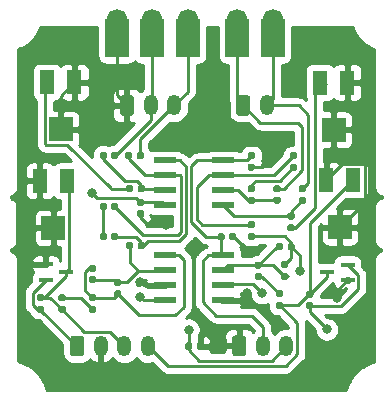
<source format=gbr>
%TF.GenerationSoftware,KiCad,Pcbnew,(5.1.9-0-10_14)*%
%TF.CreationDate,2021-05-07T17:02:22+01:00*%
%TF.ProjectId,EMGSensor3.1,454d4753-656e-4736-9f72-332e312e6b69,rev?*%
%TF.SameCoordinates,Original*%
%TF.FileFunction,Copper,L1,Top*%
%TF.FilePolarity,Positive*%
%FSLAX46Y46*%
G04 Gerber Fmt 4.6, Leading zero omitted, Abs format (unit mm)*
G04 Created by KiCad (PCBNEW (5.1.9-0-10_14)) date 2021-05-07 17:02:22*
%MOMM*%
%LPD*%
G01*
G04 APERTURE LIST*
%TA.AperFunction,SMDPad,CuDef*%
%ADD10R,1.168400X0.457200*%
%TD*%
%TA.AperFunction,SMDPad,CuDef*%
%ADD11R,1.300000X2.000000*%
%TD*%
%TA.AperFunction,SMDPad,CuDef*%
%ADD12R,2.000000X2.000000*%
%TD*%
%TA.AperFunction,ComponentPad*%
%ADD13O,1.200000X1.750000*%
%TD*%
%TA.AperFunction,ComponentPad*%
%ADD14C,0.100000*%
%TD*%
%TA.AperFunction,SMDPad,CuDef*%
%ADD15R,1.981200X0.558800*%
%TD*%
%TA.AperFunction,ViaPad*%
%ADD16C,1.700000*%
%TD*%
%TA.AperFunction,ViaPad*%
%ADD17C,0.800000*%
%TD*%
%TA.AperFunction,Conductor*%
%ADD18C,0.250000*%
%TD*%
%TA.AperFunction,Conductor*%
%ADD19C,0.254000*%
%TD*%
%TA.AperFunction,Conductor*%
%ADD20C,0.100000*%
%TD*%
G04 APERTURE END LIST*
D10*
%TO.P,D2,1*%
%TO.N,GND*%
X199148700Y-68315599D03*
%TO.P,D2,2*%
%TO.N,+3V3*%
X199148700Y-67015601D03*
%TO.P,D2,3*%
%TO.N,Out-B*%
X197396100Y-67665600D03*
%TD*%
%TO.P,R9,2*%
%TO.N,Out-A*%
%TA.AperFunction,SMDPad,CuDef*%
G36*
G01*
X174782700Y-70497200D02*
X175127700Y-70497200D01*
G75*
G02*
X175275200Y-70644700I0J-147500D01*
G01*
X175275200Y-70939700D01*
G75*
G02*
X175127700Y-71087200I-147500J0D01*
G01*
X174782700Y-71087200D01*
G75*
G02*
X174635200Y-70939700I0J147500D01*
G01*
X174635200Y-70644700D01*
G75*
G02*
X174782700Y-70497200I147500J0D01*
G01*
G37*
%TD.AperFunction*%
%TO.P,R9,1*%
%TO.N,Net-(C2-Pad1)*%
%TA.AperFunction,SMDPad,CuDef*%
G36*
G01*
X174782700Y-69527200D02*
X175127700Y-69527200D01*
G75*
G02*
X175275200Y-69674700I0J-147500D01*
G01*
X175275200Y-69969700D01*
G75*
G02*
X175127700Y-70117200I-147500J0D01*
G01*
X174782700Y-70117200D01*
G75*
G02*
X174635200Y-69969700I0J147500D01*
G01*
X174635200Y-69674700D01*
G75*
G02*
X174782700Y-69527200I147500J0D01*
G01*
G37*
%TD.AperFunction*%
%TD*%
D11*
%TO.P,RV22,1*%
%TO.N,Out-B*%
X199651000Y-59849000D03*
D12*
%TO.P,RV22,2*%
%TO.N,GND*%
X198501000Y-63849000D03*
D11*
%TO.P,RV22,3*%
X197351000Y-59849000D03*
%TD*%
%TO.P,C5,1*%
%TO.N,Net-(C5-Pad1)*%
%TA.AperFunction,SMDPad,CuDef*%
G36*
G01*
X194660000Y-65317500D02*
X194660000Y-65662500D01*
G75*
G02*
X194512500Y-65810000I-147500J0D01*
G01*
X194217500Y-65810000D01*
G75*
G02*
X194070000Y-65662500I0J147500D01*
G01*
X194070000Y-65317500D01*
G75*
G02*
X194217500Y-65170000I147500J0D01*
G01*
X194512500Y-65170000D01*
G75*
G02*
X194660000Y-65317500I0J-147500D01*
G01*
G37*
%TD.AperFunction*%
%TO.P,C5,2*%
%TO.N,Net-(C5-Pad2)*%
%TA.AperFunction,SMDPad,CuDef*%
G36*
G01*
X193690000Y-65317500D02*
X193690000Y-65662500D01*
G75*
G02*
X193542500Y-65810000I-147500J0D01*
G01*
X193247500Y-65810000D01*
G75*
G02*
X193100000Y-65662500I0J147500D01*
G01*
X193100000Y-65317500D01*
G75*
G02*
X193247500Y-65170000I147500J0D01*
G01*
X193542500Y-65170000D01*
G75*
G02*
X193690000Y-65317500I0J-147500D01*
G01*
G37*
%TD.AperFunction*%
%TD*%
%TO.P,C8,2*%
%TO.N,-5V*%
%TA.AperFunction,SMDPad,CuDef*%
G36*
G01*
X185995000Y-73747500D02*
X185995000Y-74092500D01*
G75*
G02*
X185847500Y-74240000I-147500J0D01*
G01*
X185552500Y-74240000D01*
G75*
G02*
X185405000Y-74092500I0J147500D01*
G01*
X185405000Y-73747500D01*
G75*
G02*
X185552500Y-73600000I147500J0D01*
G01*
X185847500Y-73600000D01*
G75*
G02*
X185995000Y-73747500I0J-147500D01*
G01*
G37*
%TD.AperFunction*%
%TO.P,C8,1*%
%TO.N,GND*%
%TA.AperFunction,SMDPad,CuDef*%
G36*
G01*
X186965000Y-73747500D02*
X186965000Y-74092500D01*
G75*
G02*
X186817500Y-74240000I-147500J0D01*
G01*
X186522500Y-74240000D01*
G75*
G02*
X186375000Y-74092500I0J147500D01*
G01*
X186375000Y-73747500D01*
G75*
G02*
X186522500Y-73600000I147500J0D01*
G01*
X186817500Y-73600000D01*
G75*
G02*
X186965000Y-73747500I0J-147500D01*
G01*
G37*
%TD.AperFunction*%
%TD*%
%TO.P,J1,1*%
%TO.N,GND*%
%TA.AperFunction,ComponentPad*%
G36*
G01*
X179867000Y-54155501D02*
X179867000Y-52905499D01*
G75*
G02*
X180116999Y-52655500I249999J0D01*
G01*
X180817001Y-52655500D01*
G75*
G02*
X181067000Y-52905499I0J-249999D01*
G01*
X181067000Y-54155501D01*
G75*
G02*
X180817001Y-54405500I-249999J0D01*
G01*
X180116999Y-54405500D01*
G75*
G02*
X179867000Y-54155501I0J249999D01*
G01*
G37*
%TD.AperFunction*%
D13*
%TO.P,J1,2*%
%TO.N,/End-Muscle-A*%
X182467000Y-53530500D03*
%TO.P,J1,3*%
%TO.N,/Mid-Muscle-A*%
X184467000Y-53530500D03*
%TD*%
%TO.P,J2,2*%
%TO.N,/End-Muscle-B*%
X192309500Y-53530500D03*
%TO.P,J2,1*%
%TO.N,/Mid-Muscle-B*%
%TA.AperFunction,ComponentPad*%
G36*
G01*
X189709500Y-54155501D02*
X189709500Y-52905499D01*
G75*
G02*
X189959499Y-52655500I249999J0D01*
G01*
X190659501Y-52655500D01*
G75*
G02*
X190909500Y-52905499I0J-249999D01*
G01*
X190909500Y-54155501D01*
G75*
G02*
X190659501Y-54405500I-249999J0D01*
G01*
X189959499Y-54405500D01*
G75*
G02*
X189709500Y-54155501I0J249999D01*
G01*
G37*
%TD.AperFunction*%
%TD*%
%TO.P,R1,1*%
%TO.N,Net-(R1-Pad1)*%
%TA.AperFunction,SMDPad,CuDef*%
G36*
G01*
X178163000Y-57957500D02*
X178163000Y-57612500D01*
G75*
G02*
X178310500Y-57465000I147500J0D01*
G01*
X178605500Y-57465000D01*
G75*
G02*
X178753000Y-57612500I0J-147500D01*
G01*
X178753000Y-57957500D01*
G75*
G02*
X178605500Y-58105000I-147500J0D01*
G01*
X178310500Y-58105000D01*
G75*
G02*
X178163000Y-57957500I0J147500D01*
G01*
G37*
%TD.AperFunction*%
%TO.P,R1,2*%
%TO.N,/End-Muscle-A*%
%TA.AperFunction,SMDPad,CuDef*%
G36*
G01*
X179133000Y-57957500D02*
X179133000Y-57612500D01*
G75*
G02*
X179280500Y-57465000I147500J0D01*
G01*
X179575500Y-57465000D01*
G75*
G02*
X179723000Y-57612500I0J-147500D01*
G01*
X179723000Y-57957500D01*
G75*
G02*
X179575500Y-58105000I-147500J0D01*
G01*
X179280500Y-58105000D01*
G75*
G02*
X179133000Y-57957500I0J147500D01*
G01*
G37*
%TD.AperFunction*%
%TD*%
%TO.P,R2,1*%
%TO.N,Net-(R2-Pad1)*%
%TA.AperFunction,SMDPad,CuDef*%
G36*
G01*
X180322000Y-57957500D02*
X180322000Y-57612500D01*
G75*
G02*
X180469500Y-57465000I147500J0D01*
G01*
X180764500Y-57465000D01*
G75*
G02*
X180912000Y-57612500I0J-147500D01*
G01*
X180912000Y-57957500D01*
G75*
G02*
X180764500Y-58105000I-147500J0D01*
G01*
X180469500Y-58105000D01*
G75*
G02*
X180322000Y-57957500I0J147500D01*
G01*
G37*
%TD.AperFunction*%
%TO.P,R2,2*%
%TO.N,/Mid-Muscle-A*%
%TA.AperFunction,SMDPad,CuDef*%
G36*
G01*
X181292000Y-57957500D02*
X181292000Y-57612500D01*
G75*
G02*
X181439500Y-57465000I147500J0D01*
G01*
X181734500Y-57465000D01*
G75*
G02*
X181882000Y-57612500I0J-147500D01*
G01*
X181882000Y-57957500D01*
G75*
G02*
X181734500Y-58105000I-147500J0D01*
G01*
X181439500Y-58105000D01*
G75*
G02*
X181292000Y-57957500I0J147500D01*
G01*
G37*
%TD.AperFunction*%
%TD*%
%TO.P,R3,1*%
%TO.N,Net-(R1-Pad1)*%
%TA.AperFunction,SMDPad,CuDef*%
G36*
G01*
X181968500Y-60406500D02*
X181968500Y-60751500D01*
G75*
G02*
X181821000Y-60899000I-147500J0D01*
G01*
X181526000Y-60899000D01*
G75*
G02*
X181378500Y-60751500I0J147500D01*
G01*
X181378500Y-60406500D01*
G75*
G02*
X181526000Y-60259000I147500J0D01*
G01*
X181821000Y-60259000D01*
G75*
G02*
X181968500Y-60406500I0J-147500D01*
G01*
G37*
%TD.AperFunction*%
%TO.P,R3,2*%
%TO.N,Net-(R3-Pad2)*%
%TA.AperFunction,SMDPad,CuDef*%
G36*
G01*
X180998500Y-60406500D02*
X180998500Y-60751500D01*
G75*
G02*
X180851000Y-60899000I-147500J0D01*
G01*
X180556000Y-60899000D01*
G75*
G02*
X180408500Y-60751500I0J147500D01*
G01*
X180408500Y-60406500D01*
G75*
G02*
X180556000Y-60259000I147500J0D01*
G01*
X180851000Y-60259000D01*
G75*
G02*
X180998500Y-60406500I0J-147500D01*
G01*
G37*
%TD.AperFunction*%
%TD*%
%TO.P,R6,1*%
%TO.N,Net-(R6-Pad1)*%
%TA.AperFunction,SMDPad,CuDef*%
G36*
G01*
X179723000Y-64470500D02*
X179723000Y-64815500D01*
G75*
G02*
X179575500Y-64963000I-147500J0D01*
G01*
X179280500Y-64963000D01*
G75*
G02*
X179133000Y-64815500I0J147500D01*
G01*
X179133000Y-64470500D01*
G75*
G02*
X179280500Y-64323000I147500J0D01*
G01*
X179575500Y-64323000D01*
G75*
G02*
X179723000Y-64470500I0J-147500D01*
G01*
G37*
%TD.AperFunction*%
%TO.P,R6,2*%
%TO.N,Net-(R4-Pad1)*%
%TA.AperFunction,SMDPad,CuDef*%
G36*
G01*
X178753000Y-64470500D02*
X178753000Y-64815500D01*
G75*
G02*
X178605500Y-64963000I-147500J0D01*
G01*
X178310500Y-64963000D01*
G75*
G02*
X178163000Y-64815500I0J147500D01*
G01*
X178163000Y-64470500D01*
G75*
G02*
X178310500Y-64323000I147500J0D01*
G01*
X178605500Y-64323000D01*
G75*
G02*
X178753000Y-64470500I0J-147500D01*
G01*
G37*
%TD.AperFunction*%
%TD*%
%TO.P,R7,2*%
%TO.N,Net-(R6-Pad1)*%
%TA.AperFunction,SMDPad,CuDef*%
G36*
G01*
X181378500Y-65577500D02*
X181378500Y-65232500D01*
G75*
G02*
X181526000Y-65085000I147500J0D01*
G01*
X181821000Y-65085000D01*
G75*
G02*
X181968500Y-65232500I0J-147500D01*
G01*
X181968500Y-65577500D01*
G75*
G02*
X181821000Y-65725000I-147500J0D01*
G01*
X181526000Y-65725000D01*
G75*
G02*
X181378500Y-65577500I0J147500D01*
G01*
G37*
%TD.AperFunction*%
%TO.P,R7,1*%
%TO.N,Net-(C1-Pad1)*%
%TA.AperFunction,SMDPad,CuDef*%
G36*
G01*
X180408500Y-65577500D02*
X180408500Y-65232500D01*
G75*
G02*
X180556000Y-65085000I147500J0D01*
G01*
X180851000Y-65085000D01*
G75*
G02*
X180998500Y-65232500I0J-147500D01*
G01*
X180998500Y-65577500D01*
G75*
G02*
X180851000Y-65725000I-147500J0D01*
G01*
X180556000Y-65725000D01*
G75*
G02*
X180408500Y-65577500I0J147500D01*
G01*
G37*
%TD.AperFunction*%
%TD*%
%TO.P,R8,1*%
%TO.N,Net-(C1-Pad1)*%
%TA.AperFunction,SMDPad,CuDef*%
G36*
G01*
X179507100Y-68231800D02*
X179852100Y-68231800D01*
G75*
G02*
X179999600Y-68379300I0J-147500D01*
G01*
X179999600Y-68674300D01*
G75*
G02*
X179852100Y-68821800I-147500J0D01*
G01*
X179507100Y-68821800D01*
G75*
G02*
X179359600Y-68674300I0J147500D01*
G01*
X179359600Y-68379300D01*
G75*
G02*
X179507100Y-68231800I147500J0D01*
G01*
G37*
%TD.AperFunction*%
%TO.P,R8,2*%
%TO.N,Net-(C1-Pad2)*%
%TA.AperFunction,SMDPad,CuDef*%
G36*
G01*
X179507100Y-69201800D02*
X179852100Y-69201800D01*
G75*
G02*
X179999600Y-69349300I0J-147500D01*
G01*
X179999600Y-69644300D01*
G75*
G02*
X179852100Y-69791800I-147500J0D01*
G01*
X179507100Y-69791800D01*
G75*
G02*
X179359600Y-69644300I0J147500D01*
G01*
X179359600Y-69349300D01*
G75*
G02*
X179507100Y-69201800I147500J0D01*
G01*
G37*
%TD.AperFunction*%
%TD*%
%TO.P,R10,2*%
%TO.N,Out-A*%
%TA.AperFunction,SMDPad,CuDef*%
G36*
G01*
X173324300Y-70119600D02*
X172979300Y-70119600D01*
G75*
G02*
X172831800Y-69972100I0J147500D01*
G01*
X172831800Y-69677100D01*
G75*
G02*
X172979300Y-69529600I147500J0D01*
G01*
X173324300Y-69529600D01*
G75*
G02*
X173471800Y-69677100I0J-147500D01*
G01*
X173471800Y-69972100D01*
G75*
G02*
X173324300Y-70119600I-147500J0D01*
G01*
G37*
%TD.AperFunction*%
%TO.P,R10,1*%
%TO.N,+3V3*%
%TA.AperFunction,SMDPad,CuDef*%
G36*
G01*
X173324300Y-71089600D02*
X172979300Y-71089600D01*
G75*
G02*
X172831800Y-70942100I0J147500D01*
G01*
X172831800Y-70647100D01*
G75*
G02*
X172979300Y-70499600I147500J0D01*
G01*
X173324300Y-70499600D01*
G75*
G02*
X173471800Y-70647100I0J-147500D01*
G01*
X173471800Y-70942100D01*
G75*
G02*
X173324300Y-71089600I-147500J0D01*
G01*
G37*
%TD.AperFunction*%
%TD*%
%TO.P,R12,2*%
%TO.N,/End-Muscle-B*%
%TA.AperFunction,SMDPad,CuDef*%
G36*
G01*
X195498500Y-60897000D02*
X195153500Y-60897000D01*
G75*
G02*
X195006000Y-60749500I0J147500D01*
G01*
X195006000Y-60454500D01*
G75*
G02*
X195153500Y-60307000I147500J0D01*
G01*
X195498500Y-60307000D01*
G75*
G02*
X195646000Y-60454500I0J-147500D01*
G01*
X195646000Y-60749500D01*
G75*
G02*
X195498500Y-60897000I-147500J0D01*
G01*
G37*
%TD.AperFunction*%
%TO.P,R12,1*%
%TO.N,Net-(R12-Pad1)*%
%TA.AperFunction,SMDPad,CuDef*%
G36*
G01*
X195498500Y-61867000D02*
X195153500Y-61867000D01*
G75*
G02*
X195006000Y-61719500I0J147500D01*
G01*
X195006000Y-61424500D01*
G75*
G02*
X195153500Y-61277000I147500J0D01*
G01*
X195498500Y-61277000D01*
G75*
G02*
X195646000Y-61424500I0J-147500D01*
G01*
X195646000Y-61719500D01*
G75*
G02*
X195498500Y-61867000I-147500J0D01*
G01*
G37*
%TD.AperFunction*%
%TD*%
%TO.P,R13,1*%
%TO.N,Net-(R13-Pad1)*%
%TA.AperFunction,SMDPad,CuDef*%
G36*
G01*
X193339500Y-61867000D02*
X192994500Y-61867000D01*
G75*
G02*
X192847000Y-61719500I0J147500D01*
G01*
X192847000Y-61424500D01*
G75*
G02*
X192994500Y-61277000I147500J0D01*
G01*
X193339500Y-61277000D01*
G75*
G02*
X193487000Y-61424500I0J-147500D01*
G01*
X193487000Y-61719500D01*
G75*
G02*
X193339500Y-61867000I-147500J0D01*
G01*
G37*
%TD.AperFunction*%
%TO.P,R13,2*%
%TO.N,/Mid-Muscle-B*%
%TA.AperFunction,SMDPad,CuDef*%
G36*
G01*
X193339500Y-60897000D02*
X192994500Y-60897000D01*
G75*
G02*
X192847000Y-60749500I0J147500D01*
G01*
X192847000Y-60454500D01*
G75*
G02*
X192994500Y-60307000I147500J0D01*
G01*
X193339500Y-60307000D01*
G75*
G02*
X193487000Y-60454500I0J-147500D01*
G01*
X193487000Y-60749500D01*
G75*
G02*
X193339500Y-60897000I-147500J0D01*
G01*
G37*
%TD.AperFunction*%
%TD*%
%TO.P,R14,1*%
%TO.N,Net-(R12-Pad1)*%
%TA.AperFunction,SMDPad,CuDef*%
G36*
G01*
X194188300Y-62618400D02*
X194533300Y-62618400D01*
G75*
G02*
X194680800Y-62765900I0J-147500D01*
G01*
X194680800Y-63060900D01*
G75*
G02*
X194533300Y-63208400I-147500J0D01*
G01*
X194188300Y-63208400D01*
G75*
G02*
X194040800Y-63060900I0J147500D01*
G01*
X194040800Y-62765900D01*
G75*
G02*
X194188300Y-62618400I147500J0D01*
G01*
G37*
%TD.AperFunction*%
%TO.P,R14,2*%
%TO.N,Net-(R14-Pad2)*%
%TA.AperFunction,SMDPad,CuDef*%
G36*
G01*
X194188300Y-63588400D02*
X194533300Y-63588400D01*
G75*
G02*
X194680800Y-63735900I0J-147500D01*
G01*
X194680800Y-64030900D01*
G75*
G02*
X194533300Y-64178400I-147500J0D01*
G01*
X194188300Y-64178400D01*
G75*
G02*
X194040800Y-64030900I0J147500D01*
G01*
X194040800Y-63735900D01*
G75*
G02*
X194188300Y-63588400I147500J0D01*
G01*
G37*
%TD.AperFunction*%
%TD*%
%TO.P,R15,1*%
%TO.N,Net-(R15-Pad1)*%
%TA.AperFunction,SMDPad,CuDef*%
G36*
G01*
X190835500Y-60307000D02*
X191180500Y-60307000D01*
G75*
G02*
X191328000Y-60454500I0J-147500D01*
G01*
X191328000Y-60749500D01*
G75*
G02*
X191180500Y-60897000I-147500J0D01*
G01*
X190835500Y-60897000D01*
G75*
G02*
X190688000Y-60749500I0J147500D01*
G01*
X190688000Y-60454500D01*
G75*
G02*
X190835500Y-60307000I147500J0D01*
G01*
G37*
%TD.AperFunction*%
%TO.P,R15,2*%
%TO.N,Net-(R13-Pad1)*%
%TA.AperFunction,SMDPad,CuDef*%
G36*
G01*
X190835500Y-61277000D02*
X191180500Y-61277000D01*
G75*
G02*
X191328000Y-61424500I0J-147500D01*
G01*
X191328000Y-61719500D01*
G75*
G02*
X191180500Y-61867000I-147500J0D01*
G01*
X190835500Y-61867000D01*
G75*
G02*
X190688000Y-61719500I0J147500D01*
G01*
X190688000Y-61424500D01*
G75*
G02*
X190835500Y-61277000I147500J0D01*
G01*
G37*
%TD.AperFunction*%
%TD*%
%TO.P,R17,2*%
%TO.N,Net-(R15-Pad1)*%
%TA.AperFunction,SMDPad,CuDef*%
G36*
G01*
X194391500Y-58483000D02*
X194736500Y-58483000D01*
G75*
G02*
X194884000Y-58630500I0J-147500D01*
G01*
X194884000Y-58925500D01*
G75*
G02*
X194736500Y-59073000I-147500J0D01*
G01*
X194391500Y-59073000D01*
G75*
G02*
X194244000Y-58925500I0J147500D01*
G01*
X194244000Y-58630500D01*
G75*
G02*
X194391500Y-58483000I147500J0D01*
G01*
G37*
%TD.AperFunction*%
%TO.P,R17,1*%
%TO.N,Net-(R17-Pad1)*%
%TA.AperFunction,SMDPad,CuDef*%
G36*
G01*
X194391500Y-57513000D02*
X194736500Y-57513000D01*
G75*
G02*
X194884000Y-57660500I0J-147500D01*
G01*
X194884000Y-57955500D01*
G75*
G02*
X194736500Y-58103000I-147500J0D01*
G01*
X194391500Y-58103000D01*
G75*
G02*
X194244000Y-57955500I0J147500D01*
G01*
X194244000Y-57660500D01*
G75*
G02*
X194391500Y-57513000I147500J0D01*
G01*
G37*
%TD.AperFunction*%
%TD*%
%TO.P,R18,2*%
%TO.N,Net-(R17-Pad1)*%
%TA.AperFunction,SMDPad,CuDef*%
G36*
G01*
X191180500Y-63945000D02*
X190835500Y-63945000D01*
G75*
G02*
X190688000Y-63797500I0J147500D01*
G01*
X190688000Y-63502500D01*
G75*
G02*
X190835500Y-63355000I147500J0D01*
G01*
X191180500Y-63355000D01*
G75*
G02*
X191328000Y-63502500I0J-147500D01*
G01*
X191328000Y-63797500D01*
G75*
G02*
X191180500Y-63945000I-147500J0D01*
G01*
G37*
%TD.AperFunction*%
%TO.P,R18,1*%
%TO.N,Net-(C5-Pad1)*%
%TA.AperFunction,SMDPad,CuDef*%
G36*
G01*
X191180500Y-64915000D02*
X190835500Y-64915000D01*
G75*
G02*
X190688000Y-64767500I0J147500D01*
G01*
X190688000Y-64472500D01*
G75*
G02*
X190835500Y-64325000I147500J0D01*
G01*
X191180500Y-64325000D01*
G75*
G02*
X191328000Y-64472500I0J-147500D01*
G01*
X191328000Y-64767500D01*
G75*
G02*
X191180500Y-64915000I-147500J0D01*
G01*
G37*
%TD.AperFunction*%
%TD*%
%TO.P,R19,2*%
%TO.N,Net-(C5-Pad2)*%
%TA.AperFunction,SMDPad,CuDef*%
G36*
G01*
X193629500Y-67700000D02*
X193974500Y-67700000D01*
G75*
G02*
X194122000Y-67847500I0J-147500D01*
G01*
X194122000Y-68142500D01*
G75*
G02*
X193974500Y-68290000I-147500J0D01*
G01*
X193629500Y-68290000D01*
G75*
G02*
X193482000Y-68142500I0J147500D01*
G01*
X193482000Y-67847500D01*
G75*
G02*
X193629500Y-67700000I147500J0D01*
G01*
G37*
%TD.AperFunction*%
%TO.P,R19,1*%
%TO.N,Net-(C5-Pad1)*%
%TA.AperFunction,SMDPad,CuDef*%
G36*
G01*
X193629500Y-66730000D02*
X193974500Y-66730000D01*
G75*
G02*
X194122000Y-66877500I0J-147500D01*
G01*
X194122000Y-67172500D01*
G75*
G02*
X193974500Y-67320000I-147500J0D01*
G01*
X193629500Y-67320000D01*
G75*
G02*
X193482000Y-67172500I0J147500D01*
G01*
X193482000Y-66877500D01*
G75*
G02*
X193629500Y-66730000I147500J0D01*
G01*
G37*
%TD.AperFunction*%
%TD*%
%TO.P,R20,2*%
%TO.N,Out-B*%
%TA.AperFunction,SMDPad,CuDef*%
G36*
G01*
X193217500Y-70160000D02*
X193562500Y-70160000D01*
G75*
G02*
X193710000Y-70307500I0J-147500D01*
G01*
X193710000Y-70602500D01*
G75*
G02*
X193562500Y-70750000I-147500J0D01*
G01*
X193217500Y-70750000D01*
G75*
G02*
X193070000Y-70602500I0J147500D01*
G01*
X193070000Y-70307500D01*
G75*
G02*
X193217500Y-70160000I147500J0D01*
G01*
G37*
%TD.AperFunction*%
%TO.P,R20,1*%
%TO.N,Net-(C6-Pad1)*%
%TA.AperFunction,SMDPad,CuDef*%
G36*
G01*
X193217500Y-69190000D02*
X193562500Y-69190000D01*
G75*
G02*
X193710000Y-69337500I0J-147500D01*
G01*
X193710000Y-69632500D01*
G75*
G02*
X193562500Y-69780000I-147500J0D01*
G01*
X193217500Y-69780000D01*
G75*
G02*
X193070000Y-69632500I0J147500D01*
G01*
X193070000Y-69337500D01*
G75*
G02*
X193217500Y-69190000I147500J0D01*
G01*
G37*
%TD.AperFunction*%
%TD*%
%TO.P,R21,1*%
%TO.N,+3V3*%
%TA.AperFunction,SMDPad,CuDef*%
G36*
G01*
X196102500Y-70770000D02*
X195757500Y-70770000D01*
G75*
G02*
X195610000Y-70622500I0J147500D01*
G01*
X195610000Y-70327500D01*
G75*
G02*
X195757500Y-70180000I147500J0D01*
G01*
X196102500Y-70180000D01*
G75*
G02*
X196250000Y-70327500I0J-147500D01*
G01*
X196250000Y-70622500D01*
G75*
G02*
X196102500Y-70770000I-147500J0D01*
G01*
G37*
%TD.AperFunction*%
%TO.P,R21,2*%
%TO.N,Out-B*%
%TA.AperFunction,SMDPad,CuDef*%
G36*
G01*
X196102500Y-69800000D02*
X195757500Y-69800000D01*
G75*
G02*
X195610000Y-69652500I0J147500D01*
G01*
X195610000Y-69357500D01*
G75*
G02*
X195757500Y-69210000I147500J0D01*
G01*
X196102500Y-69210000D01*
G75*
G02*
X196250000Y-69357500I0J-147500D01*
G01*
X196250000Y-69652500D01*
G75*
G02*
X196102500Y-69800000I-147500J0D01*
G01*
G37*
%TD.AperFunction*%
%TD*%
D11*
%TO.P,RV5,3*%
%TO.N,Net-(R3-Pad2)*%
X173729000Y-51568600D03*
D12*
%TO.P,RV5,2*%
%TO.N,GND*%
X174879000Y-55568600D03*
D11*
%TO.P,RV5,1*%
X176029000Y-51568600D03*
%TD*%
%TO.P,RV11,1*%
%TO.N,Out-A*%
X175394000Y-59912500D03*
D12*
%TO.P,RV11,2*%
%TO.N,GND*%
X174244000Y-63912500D03*
D11*
%TO.P,RV11,3*%
X173094000Y-59912500D03*
%TD*%
%TO.P,RV16,3*%
%TO.N,Net-(R14-Pad2)*%
X196817600Y-51594000D03*
D12*
%TO.P,RV16,2*%
%TO.N,GND*%
X197967600Y-55594000D03*
D11*
%TO.P,RV16,1*%
X199117600Y-51594000D03*
%TD*%
%TO.P,R4,1*%
%TO.N,Net-(R4-Pad1)*%
%TA.AperFunction,SMDPad,CuDef*%
G36*
G01*
X178186000Y-62275500D02*
X178186000Y-61930500D01*
G75*
G02*
X178333500Y-61783000I147500J0D01*
G01*
X178628500Y-61783000D01*
G75*
G02*
X178776000Y-61930500I0J-147500D01*
G01*
X178776000Y-62275500D01*
G75*
G02*
X178628500Y-62423000I-147500J0D01*
G01*
X178333500Y-62423000D01*
G75*
G02*
X178186000Y-62275500I0J147500D01*
G01*
G37*
%TD.AperFunction*%
%TO.P,R4,2*%
%TO.N,Net-(R2-Pad1)*%
%TA.AperFunction,SMDPad,CuDef*%
G36*
G01*
X179156000Y-62275500D02*
X179156000Y-61930500D01*
G75*
G02*
X179303500Y-61783000I147500J0D01*
G01*
X179598500Y-61783000D01*
G75*
G02*
X179746000Y-61930500I0J-147500D01*
G01*
X179746000Y-62275500D01*
G75*
G02*
X179598500Y-62423000I-147500J0D01*
G01*
X179303500Y-62423000D01*
G75*
G02*
X179156000Y-62275500I0J147500D01*
G01*
G37*
%TD.AperFunction*%
%TD*%
%TO.P,J4,1*%
%TO.N,+3V3*%
%TA.AperFunction,ComponentPad*%
G36*
G01*
X175650600Y-74539001D02*
X175650600Y-73288999D01*
G75*
G02*
X175900599Y-73039000I249999J0D01*
G01*
X176600601Y-73039000D01*
G75*
G02*
X176850600Y-73288999I0J-249999D01*
G01*
X176850600Y-74539001D01*
G75*
G02*
X176600601Y-74789000I-249999J0D01*
G01*
X175900599Y-74789000D01*
G75*
G02*
X175650600Y-74539001I0J249999D01*
G01*
G37*
%TD.AperFunction*%
D13*
%TO.P,J4,2*%
%TO.N,GND*%
X178250600Y-73914000D03*
%TO.P,J4,3*%
%TO.N,Out-A*%
X180250600Y-73914000D03*
%TO.P,J4,4*%
%TO.N,Out-B*%
X182250600Y-73914000D03*
%TD*%
%TO.P,C1,1*%
%TO.N,Net-(C1-Pad1)*%
%TA.AperFunction,SMDPad,CuDef*%
G36*
G01*
X177718500Y-68598000D02*
X177373500Y-68598000D01*
G75*
G02*
X177226000Y-68450500I0J147500D01*
G01*
X177226000Y-68155500D01*
G75*
G02*
X177373500Y-68008000I147500J0D01*
G01*
X177718500Y-68008000D01*
G75*
G02*
X177866000Y-68155500I0J-147500D01*
G01*
X177866000Y-68450500D01*
G75*
G02*
X177718500Y-68598000I-147500J0D01*
G01*
G37*
%TD.AperFunction*%
%TO.P,C1,2*%
%TO.N,Net-(C1-Pad2)*%
%TA.AperFunction,SMDPad,CuDef*%
G36*
G01*
X177718500Y-67628000D02*
X177373500Y-67628000D01*
G75*
G02*
X177226000Y-67480500I0J147500D01*
G01*
X177226000Y-67185500D01*
G75*
G02*
X177373500Y-67038000I147500J0D01*
G01*
X177718500Y-67038000D01*
G75*
G02*
X177866000Y-67185500I0J-147500D01*
G01*
X177866000Y-67480500D01*
G75*
G02*
X177718500Y-67628000I-147500J0D01*
G01*
G37*
%TD.AperFunction*%
%TD*%
%TO.P,C6,2*%
%TO.N,Net-(C5-Pad2)*%
%TA.AperFunction,SMDPad,CuDef*%
G36*
G01*
X191764700Y-67348600D02*
X191419700Y-67348600D01*
G75*
G02*
X191272200Y-67201100I0J147500D01*
G01*
X191272200Y-66906100D01*
G75*
G02*
X191419700Y-66758600I147500J0D01*
G01*
X191764700Y-66758600D01*
G75*
G02*
X191912200Y-66906100I0J-147500D01*
G01*
X191912200Y-67201100D01*
G75*
G02*
X191764700Y-67348600I-147500J0D01*
G01*
G37*
%TD.AperFunction*%
%TO.P,C6,1*%
%TO.N,Net-(C6-Pad1)*%
%TA.AperFunction,SMDPad,CuDef*%
G36*
G01*
X191764700Y-68318600D02*
X191419700Y-68318600D01*
G75*
G02*
X191272200Y-68171100I0J147500D01*
G01*
X191272200Y-67876100D01*
G75*
G02*
X191419700Y-67728600I147500J0D01*
G01*
X191764700Y-67728600D01*
G75*
G02*
X191912200Y-67876100I0J-147500D01*
G01*
X191912200Y-68171100D01*
G75*
G02*
X191764700Y-68318600I-147500J0D01*
G01*
G37*
%TD.AperFunction*%
%TD*%
%TO.P,C2,2*%
%TO.N,Net-(C1-Pad2)*%
%TA.AperFunction,SMDPad,CuDef*%
G36*
G01*
X177718500Y-70104500D02*
X177373500Y-70104500D01*
G75*
G02*
X177226000Y-69957000I0J147500D01*
G01*
X177226000Y-69662000D01*
G75*
G02*
X177373500Y-69514500I147500J0D01*
G01*
X177718500Y-69514500D01*
G75*
G02*
X177866000Y-69662000I0J-147500D01*
G01*
X177866000Y-69957000D01*
G75*
G02*
X177718500Y-70104500I-147500J0D01*
G01*
G37*
%TD.AperFunction*%
%TO.P,C2,1*%
%TO.N,Net-(C2-Pad1)*%
%TA.AperFunction,SMDPad,CuDef*%
G36*
G01*
X177718500Y-71074500D02*
X177373500Y-71074500D01*
G75*
G02*
X177226000Y-70927000I0J147500D01*
G01*
X177226000Y-70632000D01*
G75*
G02*
X177373500Y-70484500I147500J0D01*
G01*
X177718500Y-70484500D01*
G75*
G02*
X177866000Y-70632000I0J-147500D01*
G01*
X177866000Y-70927000D01*
G75*
G02*
X177718500Y-71074500I-147500J0D01*
G01*
G37*
%TD.AperFunction*%
%TD*%
%TO.P,C3,1*%
%TO.N,+5V*%
%TA.AperFunction,SMDPad,CuDef*%
G36*
G01*
X190835500Y-57487600D02*
X191180500Y-57487600D01*
G75*
G02*
X191328000Y-57635100I0J-147500D01*
G01*
X191328000Y-57930100D01*
G75*
G02*
X191180500Y-58077600I-147500J0D01*
G01*
X190835500Y-58077600D01*
G75*
G02*
X190688000Y-57930100I0J147500D01*
G01*
X190688000Y-57635100D01*
G75*
G02*
X190835500Y-57487600I147500J0D01*
G01*
G37*
%TD.AperFunction*%
%TO.P,C3,2*%
%TO.N,GND*%
%TA.AperFunction,SMDPad,CuDef*%
G36*
G01*
X190835500Y-58457600D02*
X191180500Y-58457600D01*
G75*
G02*
X191328000Y-58605100I0J-147500D01*
G01*
X191328000Y-58900100D01*
G75*
G02*
X191180500Y-59047600I-147500J0D01*
G01*
X190835500Y-59047600D01*
G75*
G02*
X190688000Y-58900100I0J147500D01*
G01*
X190688000Y-58605100D01*
G75*
G02*
X190835500Y-58457600I147500J0D01*
G01*
G37*
%TD.AperFunction*%
%TD*%
%TO.P,C4,2*%
%TO.N,+5V*%
%TA.AperFunction,SMDPad,CuDef*%
G36*
G01*
X188735200Y-64470500D02*
X188735200Y-64815500D01*
G75*
G02*
X188587700Y-64963000I-147500J0D01*
G01*
X188292700Y-64963000D01*
G75*
G02*
X188145200Y-64815500I0J147500D01*
G01*
X188145200Y-64470500D01*
G75*
G02*
X188292700Y-64323000I147500J0D01*
G01*
X188587700Y-64323000D01*
G75*
G02*
X188735200Y-64470500I0J-147500D01*
G01*
G37*
%TD.AperFunction*%
%TO.P,C4,1*%
%TO.N,GND*%
%TA.AperFunction,SMDPad,CuDef*%
G36*
G01*
X189705200Y-64470500D02*
X189705200Y-64815500D01*
G75*
G02*
X189557700Y-64963000I-147500J0D01*
G01*
X189262700Y-64963000D01*
G75*
G02*
X189115200Y-64815500I0J147500D01*
G01*
X189115200Y-64470500D01*
G75*
G02*
X189262700Y-64323000I147500J0D01*
G01*
X189557700Y-64323000D01*
G75*
G02*
X189705200Y-64470500I0J-147500D01*
G01*
G37*
%TD.AperFunction*%
%TD*%
%TO.P,C7,2*%
%TO.N,-5V*%
%TA.AperFunction,SMDPad,CuDef*%
G36*
G01*
X181782500Y-62040000D02*
X181437500Y-62040000D01*
G75*
G02*
X181290000Y-61892500I0J147500D01*
G01*
X181290000Y-61597500D01*
G75*
G02*
X181437500Y-61450000I147500J0D01*
G01*
X181782500Y-61450000D01*
G75*
G02*
X181930000Y-61597500I0J-147500D01*
G01*
X181930000Y-61892500D01*
G75*
G02*
X181782500Y-62040000I-147500J0D01*
G01*
G37*
%TD.AperFunction*%
%TO.P,C7,1*%
%TO.N,GND*%
%TA.AperFunction,SMDPad,CuDef*%
G36*
G01*
X181782500Y-63010000D02*
X181437500Y-63010000D01*
G75*
G02*
X181290000Y-62862500I0J147500D01*
G01*
X181290000Y-62567500D01*
G75*
G02*
X181437500Y-62420000I147500J0D01*
G01*
X181782500Y-62420000D01*
G75*
G02*
X181930000Y-62567500I0J-147500D01*
G01*
X181930000Y-62862500D01*
G75*
G02*
X181782500Y-63010000I-147500J0D01*
G01*
G37*
%TD.AperFunction*%
%TD*%
%TO.P,J3,1*%
%TO.N,GND*%
%TA.AperFunction,ComponentPad*%
G36*
G01*
X189366600Y-74513601D02*
X189366600Y-73263599D01*
G75*
G02*
X189616599Y-73013600I249999J0D01*
G01*
X190316601Y-73013600D01*
G75*
G02*
X190566600Y-73263599I0J-249999D01*
G01*
X190566600Y-74513601D01*
G75*
G02*
X190316601Y-74763600I-249999J0D01*
G01*
X189616599Y-74763600D01*
G75*
G02*
X189366600Y-74513601I0J249999D01*
G01*
G37*
%TD.AperFunction*%
%TO.P,J3,2*%
%TO.N,+5V*%
X191966600Y-73888600D03*
%TO.P,J3,3*%
%TO.N,-5V*%
X193966600Y-73888600D03*
%TD*%
%TA.AperFunction,ComponentPad*%
D14*
%TO.P,J1B1,1*%
%TO.N,/Mid-Muscle-A*%
G36*
X186642159Y-49379532D02*
G01*
X186637891Y-49393601D01*
X186630960Y-49406568D01*
X186621633Y-49417933D01*
X186610268Y-49427260D01*
X186597301Y-49434191D01*
X186583232Y-49438459D01*
X186568600Y-49439900D01*
X184689000Y-49439900D01*
X184674368Y-49438459D01*
X184660299Y-49434191D01*
X184647332Y-49427260D01*
X184635967Y-49417933D01*
X184626640Y-49406568D01*
X184619709Y-49393601D01*
X184615441Y-49379532D01*
X184614000Y-49364900D01*
X184614000Y-46266100D01*
X184615441Y-46251468D01*
X184619709Y-46237399D01*
X184626640Y-46224432D01*
X184635967Y-46213067D01*
X184647332Y-46203740D01*
X184660299Y-46196809D01*
X184674368Y-46192541D01*
X184689000Y-46191100D01*
X186568600Y-46191100D01*
X186583232Y-46192541D01*
X186597301Y-46196809D01*
X186610268Y-46203740D01*
X186621633Y-46213067D01*
X186630960Y-46224432D01*
X186637891Y-46237399D01*
X186642159Y-46251468D01*
X186643600Y-46266100D01*
X186643600Y-49364900D01*
X186642159Y-49379532D01*
G37*
%TD.AperFunction*%
%TA.AperFunction,ComponentPad*%
%TO.P,J1B1,3*%
%TO.N,GND*%
G36*
X180642159Y-49379532D02*
G01*
X180637891Y-49393601D01*
X180630960Y-49406568D01*
X180621633Y-49417933D01*
X180610268Y-49427260D01*
X180597301Y-49434191D01*
X180583232Y-49438459D01*
X180568600Y-49439900D01*
X178689000Y-49439900D01*
X178674368Y-49438459D01*
X178660299Y-49434191D01*
X178647332Y-49427260D01*
X178635967Y-49417933D01*
X178626640Y-49406568D01*
X178619709Y-49393601D01*
X178615441Y-49379532D01*
X178614000Y-49364900D01*
X178614000Y-46266100D01*
X178615441Y-46251468D01*
X178619709Y-46237399D01*
X178626640Y-46224432D01*
X178635967Y-46213067D01*
X178647332Y-46203740D01*
X178660299Y-46196809D01*
X178674368Y-46192541D01*
X178689000Y-46191100D01*
X180568600Y-46191100D01*
X180583232Y-46192541D01*
X180597301Y-46196809D01*
X180610268Y-46203740D01*
X180621633Y-46213067D01*
X180630960Y-46224432D01*
X180637891Y-46237399D01*
X180642159Y-46251468D01*
X180643600Y-46266100D01*
X180643600Y-49364900D01*
X180642159Y-49379532D01*
G37*
%TD.AperFunction*%
%TA.AperFunction,ComponentPad*%
%TO.P,J1B1,2*%
%TO.N,/End-Muscle-A*%
G36*
X183642159Y-49379532D02*
G01*
X183637891Y-49393601D01*
X183630960Y-49406568D01*
X183621633Y-49417933D01*
X183610268Y-49427260D01*
X183597301Y-49434191D01*
X183583232Y-49438459D01*
X183568600Y-49439900D01*
X181689000Y-49439900D01*
X181674368Y-49438459D01*
X181660299Y-49434191D01*
X181647332Y-49427260D01*
X181635967Y-49417933D01*
X181626640Y-49406568D01*
X181619709Y-49393601D01*
X181615441Y-49379532D01*
X181614000Y-49364900D01*
X181614000Y-46266100D01*
X181615441Y-46251468D01*
X181619709Y-46237399D01*
X181626640Y-46224432D01*
X181635967Y-46213067D01*
X181647332Y-46203740D01*
X181660299Y-46196809D01*
X181674368Y-46192541D01*
X181689000Y-46191100D01*
X183568600Y-46191100D01*
X183583232Y-46192541D01*
X183597301Y-46196809D01*
X183610268Y-46203740D01*
X183621633Y-46213067D01*
X183630960Y-46224432D01*
X183637891Y-46237399D01*
X183642159Y-46251468D01*
X183643600Y-46266100D01*
X183643600Y-49364900D01*
X183642159Y-49379532D01*
G37*
%TD.AperFunction*%
%TD*%
%TA.AperFunction,ComponentPad*%
%TO.P,J2B1,1*%
%TO.N,/End-Muscle-B*%
G36*
X193827559Y-49379532D02*
G01*
X193823291Y-49393601D01*
X193816360Y-49406568D01*
X193807033Y-49417933D01*
X193795668Y-49427260D01*
X193782701Y-49434191D01*
X193768632Y-49438459D01*
X193754000Y-49439900D01*
X191874400Y-49439900D01*
X191859768Y-49438459D01*
X191845699Y-49434191D01*
X191832732Y-49427260D01*
X191821367Y-49417933D01*
X191812040Y-49406568D01*
X191805109Y-49393601D01*
X191800841Y-49379532D01*
X191799400Y-49364900D01*
X191799400Y-46266100D01*
X191800841Y-46251468D01*
X191805109Y-46237399D01*
X191812040Y-46224432D01*
X191821367Y-46213067D01*
X191832732Y-46203740D01*
X191845699Y-46196809D01*
X191859768Y-46192541D01*
X191874400Y-46191100D01*
X193754000Y-46191100D01*
X193768632Y-46192541D01*
X193782701Y-46196809D01*
X193795668Y-46203740D01*
X193807033Y-46213067D01*
X193816360Y-46224432D01*
X193823291Y-46237399D01*
X193827559Y-46251468D01*
X193829000Y-46266100D01*
X193829000Y-49364900D01*
X193827559Y-49379532D01*
G37*
%TD.AperFunction*%
%TA.AperFunction,ComponentPad*%
%TO.P,J2B1,2*%
%TO.N,/Mid-Muscle-B*%
G36*
X190827559Y-49379532D02*
G01*
X190823291Y-49393601D01*
X190816360Y-49406568D01*
X190807033Y-49417933D01*
X190795668Y-49427260D01*
X190782701Y-49434191D01*
X190768632Y-49438459D01*
X190754000Y-49439900D01*
X188874400Y-49439900D01*
X188859768Y-49438459D01*
X188845699Y-49434191D01*
X188832732Y-49427260D01*
X188821367Y-49417933D01*
X188812040Y-49406568D01*
X188805109Y-49393601D01*
X188800841Y-49379532D01*
X188799400Y-49364900D01*
X188799400Y-46266100D01*
X188800841Y-46251468D01*
X188805109Y-46237399D01*
X188812040Y-46224432D01*
X188821367Y-46213067D01*
X188832732Y-46203740D01*
X188845699Y-46196809D01*
X188859768Y-46192541D01*
X188874400Y-46191100D01*
X190754000Y-46191100D01*
X190768632Y-46192541D01*
X190782701Y-46196809D01*
X190795668Y-46203740D01*
X190807033Y-46213067D01*
X190816360Y-46224432D01*
X190823291Y-46237399D01*
X190827559Y-46251468D01*
X190829000Y-46266100D01*
X190829000Y-49364900D01*
X190827559Y-49379532D01*
G37*
%TD.AperFunction*%
%TD*%
D10*
%TO.P,D1,3*%
%TO.N,Out-A*%
X175348900Y-67640200D03*
%TO.P,D1,2*%
%TO.N,+3V3*%
X173596300Y-68290199D03*
%TO.P,D1,1*%
%TO.N,GND*%
X173596300Y-66990201D03*
%TD*%
D15*
%TO.P,U1,8*%
%TO.N,+5V*%
X188645800Y-58191400D03*
%TO.P,U1,7*%
%TO.N,Net-(R17-Pad1)*%
X188645800Y-59461400D03*
%TO.P,U1,6*%
%TO.N,Net-(R13-Pad1)*%
X188645800Y-60731400D03*
%TO.P,U1,5*%
%TO.N,Net-(R12-Pad1)*%
X188645800Y-62001400D03*
%TO.P,U1,4*%
%TO.N,-5V*%
X183718200Y-62001400D03*
%TO.P,U1,3*%
%TO.N,Net-(R1-Pad1)*%
X183718200Y-60731400D03*
%TO.P,U1,2*%
%TO.N,Net-(R2-Pad1)*%
X183718200Y-59461400D03*
%TO.P,U1,1*%
%TO.N,Net-(R6-Pad1)*%
X183718200Y-58191400D03*
%TD*%
%TO.P,U2,1*%
%TO.N,Net-(C1-Pad2)*%
X183654700Y-66230500D03*
%TO.P,U2,2*%
%TO.N,Net-(C1-Pad1)*%
X183654700Y-67500500D03*
%TO.P,U2,3*%
%TO.N,GND*%
X183654700Y-68770500D03*
%TO.P,U2,4*%
%TO.N,-5V*%
X183654700Y-70040500D03*
%TO.P,U2,5*%
%TO.N,GND*%
X188582300Y-70040500D03*
%TO.P,U2,6*%
%TO.N,Net-(C5-Pad1)*%
X188582300Y-68770500D03*
%TO.P,U2,7*%
%TO.N,Net-(C5-Pad2)*%
X188582300Y-67500500D03*
%TO.P,U2,8*%
%TO.N,+5V*%
X188582300Y-66230500D03*
%TD*%
D16*
%TO.N,GND*%
X179628800Y-46240700D03*
D17*
X192659000Y-58039000D03*
X181584600Y-68453000D03*
X183769000Y-63627000D03*
X190720000Y-65850000D03*
X190652400Y-69418200D03*
X198272400Y-69799200D03*
%TO.N,Net-(C5-Pad1)*%
X191897000Y-69418200D03*
X195097400Y-67538600D03*
%TO.N,+3V3*%
X197390000Y-72490000D03*
D16*
%TO.N,/End-Muscle-A*%
X182626000Y-46240700D03*
%TO.N,/Mid-Muscle-A*%
X185623200Y-46215300D03*
%TO.N,/Mid-Muscle-B*%
X189814200Y-46215300D03*
%TO.N,/End-Muscle-B*%
X192811400Y-46215300D03*
D17*
%TO.N,-5V*%
X177546000Y-60960000D03*
X181610000Y-69723000D03*
X185690000Y-72520000D03*
%TD*%
D18*
%TO.N,Net-(C1-Pad2)*%
X185267600Y-66602800D02*
X185267600Y-70612000D01*
X184895300Y-66230500D02*
X185267600Y-66602800D01*
X183654700Y-66230500D02*
X184895300Y-66230500D01*
X185267600Y-70612000D02*
X184581800Y-71297800D01*
X181480600Y-71297800D02*
X179679600Y-69496800D01*
X184581800Y-71297800D02*
X181480600Y-71297800D01*
X179366900Y-69809500D02*
X179679600Y-69496800D01*
X177546000Y-69809500D02*
X179366900Y-69809500D01*
X176900990Y-69164490D02*
X177546000Y-69809500D01*
X176900990Y-67658010D02*
X176900990Y-69164490D01*
X177226000Y-67333000D02*
X176900990Y-67658010D01*
X177546000Y-67333000D02*
X177226000Y-67333000D01*
%TO.N,Net-(C1-Pad1)*%
X183654700Y-67500500D02*
X183069698Y-67500500D01*
X183610199Y-67545001D02*
X183654700Y-67500500D01*
X181421999Y-67545001D02*
X183610199Y-67545001D01*
X180703500Y-66826502D02*
X181421999Y-67545001D01*
X180703500Y-65405000D02*
X180703500Y-66826502D01*
X179455800Y-68303000D02*
X179679600Y-68526800D01*
X177546000Y-68303000D02*
X179455800Y-68303000D01*
X180440200Y-68526800D02*
X181421999Y-67545001D01*
X179679600Y-68526800D02*
X180440200Y-68526800D01*
%TO.N,Net-(C2-Pad1)*%
X177527768Y-70779500D02*
X177546000Y-70779500D01*
X176570468Y-69822200D02*
X177527768Y-70779500D01*
X174955200Y-69822200D02*
X176570468Y-69822200D01*
%TO.N,GND*%
X173087000Y-59905500D02*
X173094000Y-59912500D01*
X197351000Y-56210600D02*
X197967600Y-55594000D01*
X179628800Y-52692300D02*
X180467000Y-53530500D01*
X179628800Y-49682400D02*
X179628800Y-52692300D01*
X191945400Y-58752600D02*
X192659000Y-58039000D01*
X191008000Y-58752600D02*
X191945400Y-58752600D01*
X181610000Y-62715000D02*
X181610000Y-62992000D01*
X181610000Y-62992000D02*
X182245000Y-63627000D01*
X182245000Y-63627000D02*
X183769000Y-63627000D01*
X198676001Y-58523999D02*
X197351000Y-59849000D01*
X200561001Y-58523999D02*
X198676001Y-58523999D01*
X200626001Y-58588999D02*
X200561001Y-58523999D01*
X200626001Y-61723999D02*
X200626001Y-58588999D01*
X198501000Y-63849000D02*
X200626001Y-61723999D01*
X189513000Y-64643000D02*
X190720000Y-65850000D01*
X189410200Y-64643000D02*
X189513000Y-64643000D01*
X179628800Y-49682400D02*
X179628800Y-48247300D01*
X174879000Y-52718600D02*
X176029000Y-51568600D01*
X174879000Y-55568600D02*
X174879000Y-52718600D01*
X188582300Y-70040500D02*
X189207000Y-70040500D01*
X188582300Y-70040500D02*
X189179500Y-70040500D01*
X190030100Y-70040500D02*
X190652400Y-69418200D01*
X188582300Y-70040500D02*
X190030100Y-70040500D01*
X183642000Y-68757800D02*
X183654700Y-68770500D01*
X181902100Y-68770500D02*
X181584600Y-68453000D01*
X183654700Y-68770500D02*
X181902100Y-68770500D01*
X198272400Y-69191899D02*
X199148700Y-68315599D01*
X198272400Y-69799200D02*
X198272400Y-69191899D01*
%TO.N,Net-(C5-Pad1)*%
X189167302Y-68770500D02*
X188582300Y-68770500D01*
X188582300Y-68770500D02*
X189166500Y-68770500D01*
X188592800Y-68760000D02*
X188582300Y-68770500D01*
X193792000Y-67035000D02*
X193802000Y-67025000D01*
X194365000Y-66462000D02*
X193802000Y-67025000D01*
X194365000Y-65490000D02*
X194365000Y-66462000D01*
X194365000Y-65170000D02*
X194365000Y-65490000D01*
X193815000Y-64620000D02*
X194365000Y-65170000D01*
X191008000Y-64620000D02*
X193815000Y-64620000D01*
X191171999Y-68693199D02*
X191897000Y-69418200D01*
X188659601Y-68693199D02*
X191171999Y-68693199D01*
X188582300Y-68770500D02*
X188659601Y-68693199D01*
X195097400Y-66222400D02*
X194365000Y-65490000D01*
X195097400Y-67538600D02*
X195097400Y-66222400D01*
%TO.N,Net-(C5-Pad2)*%
X193802000Y-67995000D02*
X194122000Y-67995000D01*
X193155800Y-65490000D02*
X191592200Y-67053600D01*
X193395000Y-65490000D02*
X193155800Y-65490000D01*
X192842368Y-67053600D02*
X193783768Y-67995000D01*
X193783768Y-67995000D02*
X193802000Y-67995000D01*
X191592200Y-67053600D02*
X192842368Y-67053600D01*
X189029200Y-67053600D02*
X191592200Y-67053600D01*
X188582300Y-67500500D02*
X189029200Y-67053600D01*
%TO.N,Net-(C6-Pad1)*%
X191928600Y-68023600D02*
X193390000Y-69485000D01*
X191592200Y-68023600D02*
X191928600Y-68023600D01*
%TO.N,Out-A*%
X175348900Y-67947500D02*
X175348900Y-67640200D01*
X173471800Y-69824600D02*
X175348900Y-67947500D01*
X173151800Y-69824600D02*
X173471800Y-69824600D01*
X174936968Y-70792200D02*
X174955200Y-70792200D01*
X173969368Y-69824600D02*
X174936968Y-70792200D01*
X173151800Y-69824600D02*
X173969368Y-69824600D01*
X179050590Y-72713990D02*
X180250600Y-73914000D01*
X176876990Y-72713990D02*
X179050590Y-72713990D01*
X174955200Y-70792200D02*
X176876990Y-72713990D01*
X175569001Y-67420099D02*
X175348900Y-67640200D01*
X175569001Y-60087501D02*
X175569001Y-67420099D01*
X175394000Y-59912500D02*
X175569001Y-60087501D01*
%TO.N,+3V3*%
X195930000Y-71030000D02*
X195930000Y-70475000D01*
X197390000Y-72490000D02*
X195930000Y-71030000D01*
X200057901Y-69086701D02*
X200057901Y-67924802D01*
X200057901Y-67924802D02*
X199148700Y-67015601D01*
X198620401Y-70524201D02*
X200057901Y-69086701D01*
X195979201Y-70524201D02*
X198620401Y-70524201D01*
X195930000Y-70475000D02*
X195979201Y-70524201D01*
X173151800Y-70815200D02*
X176250600Y-73914000D01*
X173151800Y-70794600D02*
X173151800Y-70815200D01*
X172506790Y-69379709D02*
X173596300Y-68290199D01*
X172506790Y-70469590D02*
X172506790Y-69379709D01*
X172831800Y-70794600D02*
X172506790Y-70469590D01*
X173151800Y-70794600D02*
X172831800Y-70794600D01*
%TO.N,Out-B*%
X199826001Y-60024001D02*
X199651000Y-59849000D01*
X195911768Y-69505000D02*
X195930000Y-69505000D01*
X194961768Y-70455000D02*
X195911768Y-69505000D01*
X193390000Y-70455000D02*
X194961768Y-70455000D01*
X193390000Y-70455000D02*
X194891610Y-71956610D01*
X194891610Y-74597551D02*
X194891610Y-71956610D01*
X193899742Y-75589419D02*
X194891610Y-74597551D01*
X183926019Y-75589419D02*
X193899742Y-75589419D01*
X182250600Y-73914000D02*
X183926019Y-75589419D01*
X199586002Y-59849000D02*
X199651000Y-59849000D01*
X195930000Y-63505002D02*
X199586002Y-59849000D01*
X195930000Y-69505000D02*
X195930000Y-63505002D01*
X195930000Y-69505000D02*
X196130000Y-69505000D01*
X197396100Y-68038900D02*
X195930000Y-69505000D01*
X197396100Y-67665600D02*
X197396100Y-68038900D01*
%TO.N,/End-Muscle-A*%
X182467000Y-54746000D02*
X179428000Y-57785000D01*
X182467000Y-53530500D02*
X182467000Y-54746000D01*
X182628800Y-53368700D02*
X182467000Y-53530500D01*
X182628800Y-49682400D02*
X182628800Y-53368700D01*
X182628800Y-49682400D02*
X182628800Y-48247300D01*
%TO.N,/Mid-Muscle-A*%
X181587000Y-56410500D02*
X184467000Y-53530500D01*
X181587000Y-57785000D02*
X181587000Y-56410500D01*
X185628800Y-52368700D02*
X184467000Y-53530500D01*
X185628800Y-49682400D02*
X185628800Y-52368700D01*
X185628800Y-49682400D02*
X185628800Y-48247300D01*
%TO.N,/Mid-Muscle-B*%
X189814200Y-53035200D02*
X190309500Y-53530500D01*
X189814200Y-49682400D02*
X189814200Y-53035200D01*
X190309500Y-53530500D02*
X191770000Y-54991000D01*
X193728232Y-60602000D02*
X193167000Y-60602000D01*
X195326000Y-55381610D02*
X195326000Y-59004232D01*
X194935390Y-54991000D02*
X195326000Y-55381610D01*
X195326000Y-59004232D02*
X193728232Y-60602000D01*
X191770000Y-54991000D02*
X194935390Y-54991000D01*
X189814200Y-49682400D02*
X189814200Y-48247300D01*
%TO.N,/End-Muscle-B*%
X192814200Y-53025800D02*
X192309500Y-53530500D01*
X192814200Y-49682400D02*
X192814200Y-53025800D01*
X195834000Y-54356000D02*
X195834000Y-60094000D01*
X195834000Y-60094000D02*
X195326000Y-60602000D01*
X195008500Y-53530500D02*
X195834000Y-54356000D01*
X192309500Y-53530500D02*
X195008500Y-53530500D01*
X192814200Y-49682400D02*
X192814200Y-48247300D01*
%TO.N,Net-(R1-Pad1)*%
X180286990Y-59933990D02*
X181348490Y-59933990D01*
X181673500Y-60259000D02*
X181673500Y-60579000D01*
X181348490Y-59933990D02*
X181673500Y-60259000D01*
X178458000Y-58105000D02*
X180286990Y-59933990D01*
X178458000Y-57785000D02*
X178458000Y-58105000D01*
X183565800Y-60579000D02*
X183718200Y-60731400D01*
X181673500Y-60579000D02*
X183565800Y-60579000D01*
%TO.N,Net-(R2-Pad1)*%
X179451000Y-62103000D02*
X181102000Y-63754000D01*
X181973400Y-59461400D02*
X183718200Y-59461400D01*
X180617000Y-58105000D02*
X181973400Y-59461400D01*
X180617000Y-57785000D02*
X180617000Y-58105000D01*
X181102000Y-63754000D02*
X181102000Y-63728600D01*
X185033801Y-59536401D02*
X184958800Y-59461400D01*
X184783590Y-64516000D02*
X185033801Y-64265789D01*
X181864000Y-64516000D02*
X184783590Y-64516000D01*
X185033801Y-64265789D02*
X185033801Y-59536401D01*
X184958800Y-59461400D02*
X183718200Y-59461400D01*
X181102000Y-63754000D02*
X181864000Y-64516000D01*
%TO.N,Net-(R3-Pad2)*%
X179090000Y-60579000D02*
X180703500Y-60579000D01*
X173553999Y-51743601D02*
X173729000Y-51568600D01*
X173553999Y-56828601D02*
X173553999Y-51743601D01*
X173618999Y-56893601D02*
X173553999Y-56828601D01*
X175422701Y-56893601D02*
X173618999Y-56893601D01*
X179090000Y-60560900D02*
X175422701Y-56893601D01*
X179090000Y-60579000D02*
X179090000Y-60560900D01*
%TO.N,Net-(R4-Pad1)*%
X178481000Y-64620000D02*
X178458000Y-64643000D01*
X178481000Y-62103000D02*
X178481000Y-64620000D01*
%TO.N,Net-(R6-Pad1)*%
X179428000Y-64643000D02*
X181231500Y-64643000D01*
X181673500Y-65085000D02*
X181673500Y-65405000D01*
X181231500Y-64643000D02*
X181673500Y-65085000D01*
X182245000Y-65024000D02*
X181864000Y-65405000D01*
X184912000Y-65024000D02*
X182245000Y-65024000D01*
X185483811Y-64452189D02*
X184912000Y-65024000D01*
X185483810Y-58716410D02*
X185483811Y-64452189D01*
X184958800Y-58191400D02*
X185483810Y-58716410D01*
X181864000Y-65405000D02*
X181673500Y-65405000D01*
X183718200Y-58191400D02*
X184958800Y-58191400D01*
%TO.N,Net-(R12-Pad1)*%
X188645800Y-62001400D02*
X188813410Y-62169010D01*
X189557800Y-62913400D02*
X194360800Y-62913400D01*
X188645800Y-62001400D02*
X189557800Y-62913400D01*
X194360800Y-62537200D02*
X195326000Y-61572000D01*
X194360800Y-62913400D02*
X194360800Y-62537200D01*
%TO.N,Net-(R13-Pad1)*%
X188777600Y-60599600D02*
X188645800Y-60731400D01*
X188798200Y-60579000D02*
X188645800Y-60731400D01*
X190727000Y-61572000D02*
X191008000Y-61572000D01*
X189886400Y-60731400D02*
X190727000Y-61572000D01*
X188645800Y-60731400D02*
X189886400Y-60731400D01*
X191008000Y-61572000D02*
X193167000Y-61572000D01*
%TO.N,Net-(R14-Pad2)*%
X197175999Y-51896001D02*
X197351000Y-51721000D01*
X196375999Y-52035601D02*
X196817600Y-51594000D01*
X196375999Y-62188201D02*
X196375999Y-52035601D01*
X194680800Y-63883400D02*
X196375999Y-62188201D01*
X194360800Y-63883400D02*
X194680800Y-63883400D01*
%TO.N,Net-(R15-Pad1)*%
X191403590Y-59911410D02*
X193430590Y-59911410D01*
X193430590Y-59911410D02*
X194564000Y-58778000D01*
X191008000Y-60307000D02*
X191403590Y-59911410D01*
X191008000Y-60602000D02*
X191008000Y-60307000D01*
%TO.N,Net-(R17-Pad1)*%
X187405200Y-59461400D02*
X186383829Y-60482771D01*
X188645800Y-59461400D02*
X187405200Y-59461400D01*
X186383829Y-60482771D02*
X186383829Y-63192419D01*
X186841410Y-63650000D02*
X191008000Y-63650000D01*
X186383829Y-63192419D02*
X186841410Y-63650000D01*
X194545768Y-57808000D02*
X194564000Y-57808000D01*
X192892368Y-59461400D02*
X194545768Y-57808000D01*
X188645800Y-59461400D02*
X192892368Y-59461400D01*
%TO.N,+5V*%
X187975290Y-66230500D02*
X188582300Y-66230500D01*
X188440200Y-66088400D02*
X188582300Y-66230500D01*
X188440200Y-64643000D02*
X188440200Y-66088400D01*
X188645800Y-58191400D02*
X186441818Y-58191400D01*
X186441818Y-58191400D02*
X185933819Y-58699398D01*
X185933819Y-63378819D02*
X187198000Y-64643000D01*
X185933819Y-58699398D02*
X185933819Y-63378819D01*
X190599200Y-58191400D02*
X191008000Y-57782600D01*
X188645800Y-58191400D02*
X190599200Y-58191400D01*
X188440200Y-64643000D02*
X187198000Y-64643000D01*
X186891690Y-66680510D02*
X186891690Y-70204892D01*
X187341700Y-66230500D02*
X186891690Y-66680510D01*
X188582300Y-66230500D02*
X187341700Y-66230500D01*
X186891690Y-70204892D02*
X188009998Y-71323200D01*
X188009998Y-71323200D02*
X191033400Y-71323200D01*
X191966600Y-72256400D02*
X191966600Y-73888600D01*
X191033400Y-71323200D02*
X191966600Y-72256400D01*
%TO.N,-5V*%
X177615010Y-61029010D02*
X177546000Y-60960000D01*
X181927500Y-70040500D02*
X181610000Y-69723000D01*
X183654700Y-70040500D02*
X181927500Y-70040500D01*
X177945999Y-61359999D02*
X181224999Y-61359999D01*
X181224999Y-61359999D02*
X181610000Y-61745000D01*
X177546000Y-60960000D02*
X177945999Y-61359999D01*
X183461800Y-61745000D02*
X183718200Y-62001400D01*
X181610000Y-61745000D02*
X183461800Y-61745000D01*
X185690000Y-73910000D02*
X185700000Y-73920000D01*
X185690000Y-72520000D02*
X185690000Y-73910000D01*
X186599410Y-75139410D02*
X192766590Y-75139410D01*
X192766590Y-75139410D02*
X193966600Y-73939400D01*
X185700000Y-74240000D02*
X186599410Y-75139410D01*
X185700000Y-73920000D02*
X185700000Y-74240000D01*
%TD*%
D19*
%TO.N,GND*%
X177975928Y-49364900D02*
X177979000Y-49427437D01*
X177980441Y-49442069D01*
X178004847Y-49564763D01*
X178009115Y-49578832D01*
X178056980Y-49694386D01*
X178063911Y-49707353D01*
X178133403Y-49811356D01*
X178142730Y-49822721D01*
X178231179Y-49911170D01*
X178242544Y-49920497D01*
X178346547Y-49989989D01*
X178359514Y-49996920D01*
X178475068Y-50044785D01*
X178489137Y-50049053D01*
X178611831Y-50073459D01*
X178626463Y-50074900D01*
X178689000Y-50077972D01*
X180568600Y-50077972D01*
X180631137Y-50074900D01*
X180645769Y-50073459D01*
X180768463Y-50049053D01*
X180782532Y-50044785D01*
X180898086Y-49996920D01*
X180911053Y-49989989D01*
X181015056Y-49920497D01*
X181026421Y-49911170D01*
X181114870Y-49822721D01*
X181124197Y-49811356D01*
X181128800Y-49804467D01*
X181133403Y-49811356D01*
X181142730Y-49822721D01*
X181231179Y-49911170D01*
X181242544Y-49920497D01*
X181346547Y-49989989D01*
X181359514Y-49996920D01*
X181475068Y-50044785D01*
X181489137Y-50049053D01*
X181611831Y-50073459D01*
X181626463Y-50074900D01*
X181689000Y-50077972D01*
X181868800Y-50077972D01*
X181868801Y-52174893D01*
X181777551Y-52223667D01*
X181623691Y-52349936D01*
X181597537Y-52301006D01*
X181518185Y-52204315D01*
X181421494Y-52124963D01*
X181311180Y-52065998D01*
X181191482Y-52029688D01*
X181067000Y-52017428D01*
X180752750Y-52020500D01*
X180594000Y-52179250D01*
X180594000Y-53403500D01*
X180614000Y-53403500D01*
X180614000Y-53657500D01*
X180594000Y-53657500D01*
X180594000Y-54881750D01*
X180752750Y-55040500D01*
X181067000Y-55043572D01*
X181097644Y-55040554D01*
X179311271Y-56826928D01*
X179280500Y-56826928D01*
X179127243Y-56842023D01*
X178979875Y-56886726D01*
X178943000Y-56906436D01*
X178906125Y-56886726D01*
X178758757Y-56842023D01*
X178605500Y-56826928D01*
X178310500Y-56826928D01*
X178157243Y-56842023D01*
X178009875Y-56886726D01*
X177874060Y-56959321D01*
X177755017Y-57057017D01*
X177657321Y-57176060D01*
X177584726Y-57311875D01*
X177540023Y-57459243D01*
X177524928Y-57612500D01*
X177524928Y-57921027D01*
X176450451Y-56846550D01*
X176468502Y-56812780D01*
X176504812Y-56693082D01*
X176517072Y-56568600D01*
X176514000Y-55854350D01*
X176355250Y-55695600D01*
X175006000Y-55695600D01*
X175006000Y-55715600D01*
X174752000Y-55715600D01*
X174752000Y-55695600D01*
X174732000Y-55695600D01*
X174732000Y-55441600D01*
X174752000Y-55441600D01*
X174752000Y-54092350D01*
X175006000Y-54092350D01*
X175006000Y-55441600D01*
X176355250Y-55441600D01*
X176514000Y-55282850D01*
X176517072Y-54568600D01*
X176504812Y-54444118D01*
X176493098Y-54405500D01*
X179228928Y-54405500D01*
X179241188Y-54529982D01*
X179277498Y-54649680D01*
X179336463Y-54759994D01*
X179415815Y-54856685D01*
X179512506Y-54936037D01*
X179622820Y-54995002D01*
X179742518Y-55031312D01*
X179867000Y-55043572D01*
X180181250Y-55040500D01*
X180340000Y-54881750D01*
X180340000Y-53657500D01*
X179390750Y-53657500D01*
X179232000Y-53816250D01*
X179228928Y-54405500D01*
X176493098Y-54405500D01*
X176468502Y-54324420D01*
X176409537Y-54214106D01*
X176330185Y-54117415D01*
X176233494Y-54038063D01*
X176123180Y-53979098D01*
X176003482Y-53942788D01*
X175879000Y-53930528D01*
X175164750Y-53933600D01*
X175006000Y-54092350D01*
X174752000Y-54092350D01*
X174593250Y-53933600D01*
X174313999Y-53932399D01*
X174313999Y-53206672D01*
X174379000Y-53206672D01*
X174503482Y-53194412D01*
X174623180Y-53158102D01*
X174733494Y-53099137D01*
X174830185Y-53019785D01*
X174879000Y-52960304D01*
X174927815Y-53019785D01*
X175024506Y-53099137D01*
X175134820Y-53158102D01*
X175254518Y-53194412D01*
X175379000Y-53206672D01*
X175743250Y-53203600D01*
X175902000Y-53044850D01*
X175902000Y-51695600D01*
X176156000Y-51695600D01*
X176156000Y-53044850D01*
X176314750Y-53203600D01*
X176679000Y-53206672D01*
X176803482Y-53194412D01*
X176923180Y-53158102D01*
X177033494Y-53099137D01*
X177130185Y-53019785D01*
X177209537Y-52923094D01*
X177268502Y-52812780D01*
X177304812Y-52693082D01*
X177308513Y-52655500D01*
X179228928Y-52655500D01*
X179232000Y-53244750D01*
X179390750Y-53403500D01*
X180340000Y-53403500D01*
X180340000Y-52179250D01*
X180181250Y-52020500D01*
X179867000Y-52017428D01*
X179742518Y-52029688D01*
X179622820Y-52065998D01*
X179512506Y-52124963D01*
X179415815Y-52204315D01*
X179336463Y-52301006D01*
X179277498Y-52411320D01*
X179241188Y-52531018D01*
X179228928Y-52655500D01*
X177308513Y-52655500D01*
X177317072Y-52568600D01*
X177314000Y-51854350D01*
X177155250Y-51695600D01*
X176156000Y-51695600D01*
X175902000Y-51695600D01*
X175882000Y-51695600D01*
X175882000Y-51441600D01*
X175902000Y-51441600D01*
X175902000Y-50092350D01*
X176156000Y-50092350D01*
X176156000Y-51441600D01*
X177155250Y-51441600D01*
X177314000Y-51282850D01*
X177317072Y-50568600D01*
X177304812Y-50444118D01*
X177268502Y-50324420D01*
X177209537Y-50214106D01*
X177130185Y-50117415D01*
X177033494Y-50038063D01*
X176923180Y-49979098D01*
X176803482Y-49942788D01*
X176679000Y-49930528D01*
X176314750Y-49933600D01*
X176156000Y-50092350D01*
X175902000Y-50092350D01*
X175743250Y-49933600D01*
X175379000Y-49930528D01*
X175254518Y-49942788D01*
X175134820Y-49979098D01*
X175024506Y-50038063D01*
X174927815Y-50117415D01*
X174879000Y-50176896D01*
X174830185Y-50117415D01*
X174733494Y-50038063D01*
X174623180Y-49979098D01*
X174503482Y-49942788D01*
X174379000Y-49930528D01*
X173079000Y-49930528D01*
X172954518Y-49942788D01*
X172834820Y-49979098D01*
X172724506Y-50038063D01*
X172627815Y-50117415D01*
X172548463Y-50214106D01*
X172489498Y-50324420D01*
X172453188Y-50444118D01*
X172440928Y-50568600D01*
X172440928Y-52568600D01*
X172453188Y-52693082D01*
X172489498Y-52812780D01*
X172548463Y-52923094D01*
X172627815Y-53019785D01*
X172724506Y-53099137D01*
X172794000Y-53136283D01*
X172793999Y-56791278D01*
X172790323Y-56828601D01*
X172793999Y-56865923D01*
X172793999Y-56865933D01*
X172804996Y-56977586D01*
X172842874Y-57102454D01*
X172848453Y-57120847D01*
X172919025Y-57252877D01*
X172936359Y-57273998D01*
X173013998Y-57368602D01*
X173043002Y-57392405D01*
X173055195Y-57404598D01*
X173078998Y-57433602D01*
X173194723Y-57528575D01*
X173326752Y-57599147D01*
X173470013Y-57642604D01*
X173581666Y-57653601D01*
X173581677Y-57653601D01*
X173618999Y-57657277D01*
X173656322Y-57653601D01*
X175107900Y-57653601D01*
X175728727Y-58274428D01*
X174744000Y-58274428D01*
X174619518Y-58286688D01*
X174499820Y-58322998D01*
X174389506Y-58381963D01*
X174292815Y-58461315D01*
X174244000Y-58520796D01*
X174195185Y-58461315D01*
X174098494Y-58381963D01*
X173988180Y-58322998D01*
X173868482Y-58286688D01*
X173744000Y-58274428D01*
X173379750Y-58277500D01*
X173221000Y-58436250D01*
X173221000Y-59785500D01*
X173241000Y-59785500D01*
X173241000Y-60039500D01*
X173221000Y-60039500D01*
X173221000Y-61388750D01*
X173379750Y-61547500D01*
X173744000Y-61550572D01*
X173868482Y-61538312D01*
X173988180Y-61502002D01*
X174098494Y-61443037D01*
X174195185Y-61363685D01*
X174244000Y-61304204D01*
X174292815Y-61363685D01*
X174389506Y-61443037D01*
X174499820Y-61502002D01*
X174619518Y-61538312D01*
X174744000Y-61550572D01*
X174809001Y-61550572D01*
X174809001Y-62276299D01*
X174529750Y-62277500D01*
X174371000Y-62436250D01*
X174371000Y-63785500D01*
X174391000Y-63785500D01*
X174391000Y-64039500D01*
X174371000Y-64039500D01*
X174371000Y-65388750D01*
X174529750Y-65547500D01*
X174809002Y-65548701D01*
X174809002Y-66671122D01*
X174804023Y-66626123D01*
X174765612Y-66507082D01*
X174704715Y-66397823D01*
X174623673Y-66302544D01*
X174525600Y-66224906D01*
X174414265Y-66167892D01*
X174293946Y-66133695D01*
X174169268Y-66123628D01*
X173882050Y-66126601D01*
X173723300Y-66285351D01*
X173723300Y-66888601D01*
X173743300Y-66888601D01*
X173743300Y-67091801D01*
X173723300Y-67091801D01*
X173723300Y-67137201D01*
X173469300Y-67137201D01*
X173469300Y-67091801D01*
X172535850Y-67091801D01*
X172377100Y-67250551D01*
X172388577Y-67354279D01*
X172426988Y-67473320D01*
X172487885Y-67582579D01*
X172536679Y-67639945D01*
X172481563Y-67707105D01*
X172422598Y-67817419D01*
X172386288Y-67937117D01*
X172374028Y-68061599D01*
X172374028Y-68437670D01*
X171995788Y-68815910D01*
X171966790Y-68839708D01*
X171942992Y-68868706D01*
X171942991Y-68868707D01*
X171871816Y-68955433D01*
X171801244Y-69087463D01*
X171772265Y-69182999D01*
X171757788Y-69230723D01*
X171749638Y-69313475D01*
X171743114Y-69379709D01*
X171746791Y-69417041D01*
X171746790Y-70432267D01*
X171743114Y-70469590D01*
X171746790Y-70506912D01*
X171746790Y-70506922D01*
X171757787Y-70618575D01*
X171796454Y-70746046D01*
X171801244Y-70761836D01*
X171871816Y-70893866D01*
X171895829Y-70923125D01*
X171966789Y-71009591D01*
X171995793Y-71033394D01*
X172267996Y-71305597D01*
X172291799Y-71334601D01*
X172311103Y-71350443D01*
X172326121Y-71378540D01*
X172423817Y-71497583D01*
X172542860Y-71595279D01*
X172678675Y-71667874D01*
X172826043Y-71712577D01*
X172979300Y-71727672D01*
X172989471Y-71727672D01*
X175012528Y-73750730D01*
X175012528Y-74539001D01*
X175029592Y-74712255D01*
X175080128Y-74878851D01*
X175162195Y-75032387D01*
X175272638Y-75166962D01*
X175407213Y-75277405D01*
X175560749Y-75359472D01*
X175727345Y-75410008D01*
X175900599Y-75427072D01*
X176600601Y-75427072D01*
X176773855Y-75410008D01*
X176940451Y-75359472D01*
X177093987Y-75277405D01*
X177228562Y-75166962D01*
X177339005Y-75032387D01*
X177341567Y-75027594D01*
X177467126Y-75152078D01*
X177670067Y-75286421D01*
X177895318Y-75378591D01*
X177932991Y-75382462D01*
X178123600Y-75257731D01*
X178123600Y-74041000D01*
X178103600Y-74041000D01*
X178103600Y-73787000D01*
X178123600Y-73787000D01*
X178123600Y-73767000D01*
X178377600Y-73767000D01*
X178377600Y-73787000D01*
X178397600Y-73787000D01*
X178397600Y-74041000D01*
X178377600Y-74041000D01*
X178377600Y-75257731D01*
X178568209Y-75382462D01*
X178605882Y-75378591D01*
X178831133Y-75286421D01*
X179034074Y-75152078D01*
X179206907Y-74980725D01*
X179250120Y-74916651D01*
X179373099Y-75066502D01*
X179561152Y-75220833D01*
X179775700Y-75335511D01*
X180008499Y-75406130D01*
X180250600Y-75429975D01*
X180492702Y-75406130D01*
X180725501Y-75335511D01*
X180940049Y-75220833D01*
X181128102Y-75066502D01*
X181250601Y-74917237D01*
X181373099Y-75066502D01*
X181561152Y-75220833D01*
X181775700Y-75335511D01*
X182008499Y-75406130D01*
X182250600Y-75429975D01*
X182492702Y-75406130D01*
X182627145Y-75365347D01*
X183362220Y-76100422D01*
X183386018Y-76129420D01*
X183501743Y-76224393D01*
X183633772Y-76294965D01*
X183777033Y-76338422D01*
X183888686Y-76349419D01*
X183888695Y-76349419D01*
X183926018Y-76353095D01*
X183963341Y-76349419D01*
X193862420Y-76349419D01*
X193899742Y-76353095D01*
X193937064Y-76349419D01*
X193937075Y-76349419D01*
X194048728Y-76338422D01*
X194191989Y-76294965D01*
X194324018Y-76224393D01*
X194439743Y-76129420D01*
X194463546Y-76100417D01*
X195402614Y-75161349D01*
X195431611Y-75137552D01*
X195526584Y-75021827D01*
X195597156Y-74889798D01*
X195640613Y-74746537D01*
X195651610Y-74634884D01*
X195651610Y-74634875D01*
X195655286Y-74597552D01*
X195651610Y-74560229D01*
X195651610Y-71993932D01*
X195655286Y-71956609D01*
X195651610Y-71919286D01*
X195651610Y-71919277D01*
X195641464Y-71816265D01*
X196355000Y-72529802D01*
X196355000Y-72591939D01*
X196394774Y-72791898D01*
X196472795Y-72980256D01*
X196586063Y-73149774D01*
X196730226Y-73293937D01*
X196899744Y-73407205D01*
X197088102Y-73485226D01*
X197288061Y-73525000D01*
X197491939Y-73525000D01*
X197691898Y-73485226D01*
X197880256Y-73407205D01*
X198049774Y-73293937D01*
X198193937Y-73149774D01*
X198307205Y-72980256D01*
X198385226Y-72791898D01*
X198425000Y-72591939D01*
X198425000Y-72388061D01*
X198385226Y-72188102D01*
X198307205Y-71999744D01*
X198193937Y-71830226D01*
X198049774Y-71686063D01*
X197880256Y-71572795D01*
X197691898Y-71494774D01*
X197491939Y-71455000D01*
X197429802Y-71455000D01*
X197259003Y-71284201D01*
X198583079Y-71284201D01*
X198620401Y-71287877D01*
X198657723Y-71284201D01*
X198657734Y-71284201D01*
X198769387Y-71273204D01*
X198912648Y-71229747D01*
X199044677Y-71159175D01*
X199160402Y-71064202D01*
X199184205Y-71035198D01*
X200568905Y-69650499D01*
X200597902Y-69626702D01*
X200641141Y-69574015D01*
X200692875Y-69510978D01*
X200763447Y-69378948D01*
X200764925Y-69374075D01*
X200806904Y-69235687D01*
X200817901Y-69124034D01*
X200817901Y-69124024D01*
X200821577Y-69086701D01*
X200817901Y-69049379D01*
X200817901Y-67962124D01*
X200821577Y-67924801D01*
X200817901Y-67887478D01*
X200817901Y-67887469D01*
X200806904Y-67775816D01*
X200763447Y-67632555D01*
X200692875Y-67500526D01*
X200676440Y-67480500D01*
X200621700Y-67413798D01*
X200621696Y-67413794D01*
X200597902Y-67384801D01*
X200568909Y-67361007D01*
X200370972Y-67163071D01*
X200370972Y-66787001D01*
X200358712Y-66662519D01*
X200322402Y-66542821D01*
X200263437Y-66432507D01*
X200184085Y-66335816D01*
X200087394Y-66256464D01*
X199977080Y-66197499D01*
X199857382Y-66161189D01*
X199732900Y-66148929D01*
X198564500Y-66148929D01*
X198440018Y-66161189D01*
X198320320Y-66197499D01*
X198210006Y-66256464D01*
X198113315Y-66335816D01*
X198033963Y-66432507D01*
X197974998Y-66542821D01*
X197938688Y-66662519D01*
X197926428Y-66787001D01*
X197926428Y-66798928D01*
X196811900Y-66798928D01*
X196690000Y-66810934D01*
X196690000Y-64849000D01*
X196862928Y-64849000D01*
X196875188Y-64973482D01*
X196911498Y-65093180D01*
X196970463Y-65203494D01*
X197049815Y-65300185D01*
X197146506Y-65379537D01*
X197256820Y-65438502D01*
X197376518Y-65474812D01*
X197501000Y-65487072D01*
X198215250Y-65484000D01*
X198374000Y-65325250D01*
X198374000Y-63976000D01*
X198628000Y-63976000D01*
X198628000Y-65325250D01*
X198786750Y-65484000D01*
X199501000Y-65487072D01*
X199625482Y-65474812D01*
X199745180Y-65438502D01*
X199855494Y-65379537D01*
X199952185Y-65300185D01*
X200031537Y-65203494D01*
X200090502Y-65093180D01*
X200126812Y-64973482D01*
X200139072Y-64849000D01*
X200136000Y-64134750D01*
X199977250Y-63976000D01*
X198628000Y-63976000D01*
X198374000Y-63976000D01*
X197024750Y-63976000D01*
X196866000Y-64134750D01*
X196862928Y-64849000D01*
X196690000Y-64849000D01*
X196690000Y-63819803D01*
X196906277Y-63603527D01*
X197024750Y-63722000D01*
X198374000Y-63722000D01*
X198374000Y-62372750D01*
X198628000Y-62372750D01*
X198628000Y-63722000D01*
X199977250Y-63722000D01*
X200136000Y-63563250D01*
X200139072Y-62849000D01*
X200126812Y-62724518D01*
X200090502Y-62604820D01*
X200031537Y-62494506D01*
X199952185Y-62397815D01*
X199855494Y-62318463D01*
X199745180Y-62259498D01*
X199625482Y-62223188D01*
X199501000Y-62210928D01*
X198786750Y-62214000D01*
X198628000Y-62372750D01*
X198374000Y-62372750D01*
X198255527Y-62254277D01*
X199022732Y-61487072D01*
X200301000Y-61487072D01*
X200425482Y-61474812D01*
X200545180Y-61438502D01*
X200655494Y-61379537D01*
X200752185Y-61300185D01*
X200831537Y-61203494D01*
X200890502Y-61093180D01*
X200926812Y-60973482D01*
X200939072Y-60849000D01*
X200939072Y-58849000D01*
X200926812Y-58724518D01*
X200890502Y-58604820D01*
X200831537Y-58494506D01*
X200752185Y-58397815D01*
X200655494Y-58318463D01*
X200545180Y-58259498D01*
X200425482Y-58223188D01*
X200301000Y-58210928D01*
X199001000Y-58210928D01*
X198876518Y-58223188D01*
X198756820Y-58259498D01*
X198646506Y-58318463D01*
X198549815Y-58397815D01*
X198501000Y-58457296D01*
X198452185Y-58397815D01*
X198355494Y-58318463D01*
X198245180Y-58259498D01*
X198125482Y-58223188D01*
X198001000Y-58210928D01*
X197636750Y-58214000D01*
X197478000Y-58372750D01*
X197478000Y-59722000D01*
X197498000Y-59722000D01*
X197498000Y-59976000D01*
X197478000Y-59976000D01*
X197478000Y-59996000D01*
X197224000Y-59996000D01*
X197224000Y-59976000D01*
X197204000Y-59976000D01*
X197204000Y-59722000D01*
X197224000Y-59722000D01*
X197224000Y-58372750D01*
X197135999Y-58284749D01*
X197135999Y-57231348D01*
X197681850Y-57229000D01*
X197840600Y-57070250D01*
X197840600Y-55721000D01*
X198094600Y-55721000D01*
X198094600Y-57070250D01*
X198253350Y-57229000D01*
X198967600Y-57232072D01*
X199092082Y-57219812D01*
X199211780Y-57183502D01*
X199322094Y-57124537D01*
X199418785Y-57045185D01*
X199498137Y-56948494D01*
X199557102Y-56838180D01*
X199593412Y-56718482D01*
X199605672Y-56594000D01*
X199602600Y-55879750D01*
X199443850Y-55721000D01*
X198094600Y-55721000D01*
X197840600Y-55721000D01*
X197820600Y-55721000D01*
X197820600Y-55467000D01*
X197840600Y-55467000D01*
X197840600Y-54117750D01*
X198094600Y-54117750D01*
X198094600Y-55467000D01*
X199443850Y-55467000D01*
X199602600Y-55308250D01*
X199605672Y-54594000D01*
X199593412Y-54469518D01*
X199557102Y-54349820D01*
X199498137Y-54239506D01*
X199418785Y-54142815D01*
X199322094Y-54063463D01*
X199211780Y-54004498D01*
X199092082Y-53968188D01*
X198967600Y-53955928D01*
X198253350Y-53959000D01*
X198094600Y-54117750D01*
X197840600Y-54117750D01*
X197681850Y-53959000D01*
X197135999Y-53956652D01*
X197135999Y-53232072D01*
X197467600Y-53232072D01*
X197592082Y-53219812D01*
X197711780Y-53183502D01*
X197822094Y-53124537D01*
X197918785Y-53045185D01*
X197967600Y-52985704D01*
X198016415Y-53045185D01*
X198113106Y-53124537D01*
X198223420Y-53183502D01*
X198343118Y-53219812D01*
X198467600Y-53232072D01*
X198831850Y-53229000D01*
X198990600Y-53070250D01*
X198990600Y-51721000D01*
X199244600Y-51721000D01*
X199244600Y-53070250D01*
X199403350Y-53229000D01*
X199767600Y-53232072D01*
X199892082Y-53219812D01*
X200011780Y-53183502D01*
X200122094Y-53124537D01*
X200218785Y-53045185D01*
X200298137Y-52948494D01*
X200357102Y-52838180D01*
X200393412Y-52718482D01*
X200405672Y-52594000D01*
X200402600Y-51879750D01*
X200243850Y-51721000D01*
X199244600Y-51721000D01*
X198990600Y-51721000D01*
X198970600Y-51721000D01*
X198970600Y-51467000D01*
X198990600Y-51467000D01*
X198990600Y-50117750D01*
X199244600Y-50117750D01*
X199244600Y-51467000D01*
X200243850Y-51467000D01*
X200402600Y-51308250D01*
X200405672Y-50594000D01*
X200393412Y-50469518D01*
X200357102Y-50349820D01*
X200298137Y-50239506D01*
X200218785Y-50142815D01*
X200122094Y-50063463D01*
X200011780Y-50004498D01*
X199892082Y-49968188D01*
X199767600Y-49955928D01*
X199403350Y-49959000D01*
X199244600Y-50117750D01*
X198990600Y-50117750D01*
X198831850Y-49959000D01*
X198467600Y-49955928D01*
X198343118Y-49968188D01*
X198223420Y-50004498D01*
X198113106Y-50063463D01*
X198016415Y-50142815D01*
X197967600Y-50202296D01*
X197918785Y-50142815D01*
X197822094Y-50063463D01*
X197711780Y-50004498D01*
X197592082Y-49968188D01*
X197467600Y-49955928D01*
X196167600Y-49955928D01*
X196043118Y-49968188D01*
X195923420Y-50004498D01*
X195813106Y-50063463D01*
X195716415Y-50142815D01*
X195637063Y-50239506D01*
X195578098Y-50349820D01*
X195541788Y-50469518D01*
X195529528Y-50594000D01*
X195529528Y-52594000D01*
X195541788Y-52718482D01*
X195578098Y-52838180D01*
X195616000Y-52909088D01*
X195616000Y-53063199D01*
X195572303Y-53019502D01*
X195548501Y-52990499D01*
X195432776Y-52895526D01*
X195300747Y-52824954D01*
X195157486Y-52781497D01*
X195045833Y-52770500D01*
X195045822Y-52770500D01*
X195008500Y-52766824D01*
X194971178Y-52770500D01*
X193574200Y-52770500D01*
X193574200Y-50077972D01*
X193754000Y-50077972D01*
X193816537Y-50074900D01*
X193831169Y-50073459D01*
X193953863Y-50049053D01*
X193967932Y-50044785D01*
X194083486Y-49996920D01*
X194096453Y-49989989D01*
X194200456Y-49920497D01*
X194211821Y-49911170D01*
X194300270Y-49822721D01*
X194309597Y-49811356D01*
X194379089Y-49707353D01*
X194386020Y-49694386D01*
X194433885Y-49578832D01*
X194438153Y-49564763D01*
X194462559Y-49442069D01*
X194464000Y-49427437D01*
X194467072Y-49364900D01*
X194467072Y-46913000D01*
X199598013Y-46913000D01*
X199648894Y-47098033D01*
X199671112Y-47155987D01*
X199692532Y-47214281D01*
X199696750Y-47222864D01*
X199870857Y-47570919D01*
X199903911Y-47623458D01*
X199936242Y-47676475D01*
X199942048Y-47684075D01*
X200180443Y-47991685D01*
X200223086Y-48036817D01*
X200265086Y-48082530D01*
X200272257Y-48088859D01*
X200565860Y-48344305D01*
X200616475Y-48380308D01*
X200666537Y-48416980D01*
X200674801Y-48421795D01*
X201012429Y-48615348D01*
X201069042Y-48640820D01*
X201125303Y-48667084D01*
X201134345Y-48670202D01*
X201422812Y-48767419D01*
X201422800Y-60561846D01*
X201432712Y-60662482D01*
X201471881Y-60791605D01*
X201535488Y-60910606D01*
X201621089Y-61014910D01*
X201725393Y-61100511D01*
X201844394Y-61164118D01*
X201973517Y-61203287D01*
X202026454Y-61208501D01*
X202026290Y-61346514D01*
X201973518Y-61351712D01*
X201909818Y-61371035D01*
X201909814Y-61371036D01*
X201909811Y-61371037D01*
X201844395Y-61390881D01*
X201725394Y-61454488D01*
X201621090Y-61540089D01*
X201535489Y-61644393D01*
X201471882Y-61763394D01*
X201432713Y-61892517D01*
X201422801Y-61993153D01*
X201422800Y-65057646D01*
X201432712Y-65158282D01*
X201471881Y-65287405D01*
X201535488Y-65406406D01*
X201621089Y-65510710D01*
X201725393Y-65596312D01*
X201844394Y-65659919D01*
X201973517Y-65699088D01*
X202021121Y-65703777D01*
X202020956Y-65842840D01*
X201973517Y-65847512D01*
X201844394Y-65886681D01*
X201725393Y-65950288D01*
X201621089Y-66035890D01*
X201535488Y-66140194D01*
X201471881Y-66259195D01*
X201432712Y-66388318D01*
X201422800Y-66488954D01*
X201422801Y-75245887D01*
X201006293Y-75367899D01*
X200948724Y-75391074D01*
X200890790Y-75413461D01*
X200882277Y-75417822D01*
X200449249Y-75643504D01*
X200397254Y-75677435D01*
X200344792Y-75710635D01*
X200337289Y-75716566D01*
X199956342Y-76022061D01*
X199911929Y-76065443D01*
X199866915Y-76108201D01*
X199860707Y-76115477D01*
X199546353Y-76489145D01*
X199511202Y-76540343D01*
X199475360Y-76591016D01*
X199470683Y-76599359D01*
X199234896Y-77026971D01*
X199210350Y-77084041D01*
X199185043Y-77140689D01*
X199182075Y-77149781D01*
X199033835Y-77615046D01*
X199032153Y-77622911D01*
X173665430Y-77610788D01*
X173661825Y-77592878D01*
X173658968Y-77583750D01*
X173509843Y-77118767D01*
X173485194Y-77061757D01*
X173461363Y-77004455D01*
X173456788Y-76996056D01*
X173220186Y-76568895D01*
X173184943Y-76517772D01*
X173150427Y-76466177D01*
X173144311Y-76458832D01*
X173144307Y-76458826D01*
X173144302Y-76458821D01*
X172829243Y-76085756D01*
X172784738Y-76042449D01*
X172740860Y-75998544D01*
X172733430Y-75992522D01*
X172351903Y-75687753D01*
X172299832Y-75653914D01*
X172248265Y-75619369D01*
X172239809Y-75614908D01*
X172239805Y-75614905D01*
X172239801Y-75614903D01*
X171806349Y-75390046D01*
X171748671Y-75366955D01*
X171691401Y-75343095D01*
X171682236Y-75340359D01*
X171220600Y-75206082D01*
X171220600Y-66729851D01*
X172377100Y-66729851D01*
X172535850Y-66888601D01*
X173469300Y-66888601D01*
X173469300Y-66285351D01*
X173310550Y-66126601D01*
X173023332Y-66123628D01*
X172898654Y-66133695D01*
X172778335Y-66167892D01*
X172667000Y-66224906D01*
X172568927Y-66302544D01*
X172487885Y-66397823D01*
X172426988Y-66507082D01*
X172388577Y-66626123D01*
X172377100Y-66729851D01*
X171220600Y-66729851D01*
X171220600Y-66514353D01*
X171210688Y-66413717D01*
X171171519Y-66284594D01*
X171107912Y-66165593D01*
X171022310Y-66061289D01*
X170918006Y-65975688D01*
X170799005Y-65912081D01*
X170669882Y-65872912D01*
X170642120Y-65870178D01*
X170642178Y-65724929D01*
X170644482Y-65724702D01*
X170773605Y-65685533D01*
X170892606Y-65621926D01*
X170996910Y-65536325D01*
X171082511Y-65432021D01*
X171146118Y-65313020D01*
X171185287Y-65183897D01*
X171195199Y-65083261D01*
X171195199Y-64912500D01*
X172605928Y-64912500D01*
X172618188Y-65036982D01*
X172654498Y-65156680D01*
X172713463Y-65266994D01*
X172792815Y-65363685D01*
X172889506Y-65443037D01*
X172999820Y-65502002D01*
X173119518Y-65538312D01*
X173244000Y-65550572D01*
X173958250Y-65547500D01*
X174117000Y-65388750D01*
X174117000Y-64039500D01*
X172767750Y-64039500D01*
X172609000Y-64198250D01*
X172605928Y-64912500D01*
X171195199Y-64912500D01*
X171195200Y-62912500D01*
X172605928Y-62912500D01*
X172609000Y-63626750D01*
X172767750Y-63785500D01*
X174117000Y-63785500D01*
X174117000Y-62436250D01*
X173958250Y-62277500D01*
X173244000Y-62274428D01*
X173119518Y-62286688D01*
X172999820Y-62322998D01*
X172889506Y-62381963D01*
X172792815Y-62461315D01*
X172713463Y-62558006D01*
X172654498Y-62668320D01*
X172618188Y-62788018D01*
X172605928Y-62912500D01*
X171195200Y-62912500D01*
X171195201Y-62018555D01*
X171185289Y-61917919D01*
X171146120Y-61788796D01*
X171082513Y-61669795D01*
X170996912Y-61565491D01*
X170892608Y-61479890D01*
X170773607Y-61416283D01*
X170644484Y-61377114D01*
X170643894Y-61377056D01*
X170643952Y-61231242D01*
X170669882Y-61228688D01*
X170799005Y-61189519D01*
X170918006Y-61125912D01*
X171022310Y-61040311D01*
X171107912Y-60936007D01*
X171120476Y-60912500D01*
X171805928Y-60912500D01*
X171818188Y-61036982D01*
X171854498Y-61156680D01*
X171913463Y-61266994D01*
X171992815Y-61363685D01*
X172089506Y-61443037D01*
X172199820Y-61502002D01*
X172319518Y-61538312D01*
X172444000Y-61550572D01*
X172808250Y-61547500D01*
X172967000Y-61388750D01*
X172967000Y-60039500D01*
X171967750Y-60039500D01*
X171809000Y-60198250D01*
X171805928Y-60912500D01*
X171120476Y-60912500D01*
X171171519Y-60817006D01*
X171210688Y-60687883D01*
X171220600Y-60587247D01*
X171220600Y-58912500D01*
X171805928Y-58912500D01*
X171809000Y-59626750D01*
X171967750Y-59785500D01*
X172967000Y-59785500D01*
X172967000Y-58436250D01*
X172808250Y-58277500D01*
X172444000Y-58274428D01*
X172319518Y-58286688D01*
X172199820Y-58322998D01*
X172089506Y-58381963D01*
X171992815Y-58461315D01*
X171913463Y-58558006D01*
X171854498Y-58668320D01*
X171818188Y-58788018D01*
X171805928Y-58912500D01*
X171220600Y-58912500D01*
X171220600Y-48750765D01*
X171422511Y-48693858D01*
X171480338Y-48671266D01*
X171538476Y-48649482D01*
X171547033Y-48645209D01*
X171893972Y-48468892D01*
X171946290Y-48435510D01*
X171999111Y-48402836D01*
X172006674Y-48396983D01*
X172312761Y-48156635D01*
X172357612Y-48113714D01*
X172403065Y-48071418D01*
X172409348Y-48064206D01*
X172662921Y-47768984D01*
X172698575Y-47718178D01*
X172734956Y-47667846D01*
X172739718Y-47659552D01*
X172931119Y-47320700D01*
X172956222Y-47263944D01*
X172982136Y-47207500D01*
X172985196Y-47198438D01*
X173079375Y-46913000D01*
X177975928Y-46913000D01*
X177975928Y-49364900D01*
%TA.AperFunction,Conductor*%
D20*
G36*
X177975928Y-49364900D02*
G01*
X177979000Y-49427437D01*
X177980441Y-49442069D01*
X178004847Y-49564763D01*
X178009115Y-49578832D01*
X178056980Y-49694386D01*
X178063911Y-49707353D01*
X178133403Y-49811356D01*
X178142730Y-49822721D01*
X178231179Y-49911170D01*
X178242544Y-49920497D01*
X178346547Y-49989989D01*
X178359514Y-49996920D01*
X178475068Y-50044785D01*
X178489137Y-50049053D01*
X178611831Y-50073459D01*
X178626463Y-50074900D01*
X178689000Y-50077972D01*
X180568600Y-50077972D01*
X180631137Y-50074900D01*
X180645769Y-50073459D01*
X180768463Y-50049053D01*
X180782532Y-50044785D01*
X180898086Y-49996920D01*
X180911053Y-49989989D01*
X181015056Y-49920497D01*
X181026421Y-49911170D01*
X181114870Y-49822721D01*
X181124197Y-49811356D01*
X181128800Y-49804467D01*
X181133403Y-49811356D01*
X181142730Y-49822721D01*
X181231179Y-49911170D01*
X181242544Y-49920497D01*
X181346547Y-49989989D01*
X181359514Y-49996920D01*
X181475068Y-50044785D01*
X181489137Y-50049053D01*
X181611831Y-50073459D01*
X181626463Y-50074900D01*
X181689000Y-50077972D01*
X181868800Y-50077972D01*
X181868801Y-52174893D01*
X181777551Y-52223667D01*
X181623691Y-52349936D01*
X181597537Y-52301006D01*
X181518185Y-52204315D01*
X181421494Y-52124963D01*
X181311180Y-52065998D01*
X181191482Y-52029688D01*
X181067000Y-52017428D01*
X180752750Y-52020500D01*
X180594000Y-52179250D01*
X180594000Y-53403500D01*
X180614000Y-53403500D01*
X180614000Y-53657500D01*
X180594000Y-53657500D01*
X180594000Y-54881750D01*
X180752750Y-55040500D01*
X181067000Y-55043572D01*
X181097644Y-55040554D01*
X179311271Y-56826928D01*
X179280500Y-56826928D01*
X179127243Y-56842023D01*
X178979875Y-56886726D01*
X178943000Y-56906436D01*
X178906125Y-56886726D01*
X178758757Y-56842023D01*
X178605500Y-56826928D01*
X178310500Y-56826928D01*
X178157243Y-56842023D01*
X178009875Y-56886726D01*
X177874060Y-56959321D01*
X177755017Y-57057017D01*
X177657321Y-57176060D01*
X177584726Y-57311875D01*
X177540023Y-57459243D01*
X177524928Y-57612500D01*
X177524928Y-57921027D01*
X176450451Y-56846550D01*
X176468502Y-56812780D01*
X176504812Y-56693082D01*
X176517072Y-56568600D01*
X176514000Y-55854350D01*
X176355250Y-55695600D01*
X175006000Y-55695600D01*
X175006000Y-55715600D01*
X174752000Y-55715600D01*
X174752000Y-55695600D01*
X174732000Y-55695600D01*
X174732000Y-55441600D01*
X174752000Y-55441600D01*
X174752000Y-54092350D01*
X175006000Y-54092350D01*
X175006000Y-55441600D01*
X176355250Y-55441600D01*
X176514000Y-55282850D01*
X176517072Y-54568600D01*
X176504812Y-54444118D01*
X176493098Y-54405500D01*
X179228928Y-54405500D01*
X179241188Y-54529982D01*
X179277498Y-54649680D01*
X179336463Y-54759994D01*
X179415815Y-54856685D01*
X179512506Y-54936037D01*
X179622820Y-54995002D01*
X179742518Y-55031312D01*
X179867000Y-55043572D01*
X180181250Y-55040500D01*
X180340000Y-54881750D01*
X180340000Y-53657500D01*
X179390750Y-53657500D01*
X179232000Y-53816250D01*
X179228928Y-54405500D01*
X176493098Y-54405500D01*
X176468502Y-54324420D01*
X176409537Y-54214106D01*
X176330185Y-54117415D01*
X176233494Y-54038063D01*
X176123180Y-53979098D01*
X176003482Y-53942788D01*
X175879000Y-53930528D01*
X175164750Y-53933600D01*
X175006000Y-54092350D01*
X174752000Y-54092350D01*
X174593250Y-53933600D01*
X174313999Y-53932399D01*
X174313999Y-53206672D01*
X174379000Y-53206672D01*
X174503482Y-53194412D01*
X174623180Y-53158102D01*
X174733494Y-53099137D01*
X174830185Y-53019785D01*
X174879000Y-52960304D01*
X174927815Y-53019785D01*
X175024506Y-53099137D01*
X175134820Y-53158102D01*
X175254518Y-53194412D01*
X175379000Y-53206672D01*
X175743250Y-53203600D01*
X175902000Y-53044850D01*
X175902000Y-51695600D01*
X176156000Y-51695600D01*
X176156000Y-53044850D01*
X176314750Y-53203600D01*
X176679000Y-53206672D01*
X176803482Y-53194412D01*
X176923180Y-53158102D01*
X177033494Y-53099137D01*
X177130185Y-53019785D01*
X177209537Y-52923094D01*
X177268502Y-52812780D01*
X177304812Y-52693082D01*
X177308513Y-52655500D01*
X179228928Y-52655500D01*
X179232000Y-53244750D01*
X179390750Y-53403500D01*
X180340000Y-53403500D01*
X180340000Y-52179250D01*
X180181250Y-52020500D01*
X179867000Y-52017428D01*
X179742518Y-52029688D01*
X179622820Y-52065998D01*
X179512506Y-52124963D01*
X179415815Y-52204315D01*
X179336463Y-52301006D01*
X179277498Y-52411320D01*
X179241188Y-52531018D01*
X179228928Y-52655500D01*
X177308513Y-52655500D01*
X177317072Y-52568600D01*
X177314000Y-51854350D01*
X177155250Y-51695600D01*
X176156000Y-51695600D01*
X175902000Y-51695600D01*
X175882000Y-51695600D01*
X175882000Y-51441600D01*
X175902000Y-51441600D01*
X175902000Y-50092350D01*
X176156000Y-50092350D01*
X176156000Y-51441600D01*
X177155250Y-51441600D01*
X177314000Y-51282850D01*
X177317072Y-50568600D01*
X177304812Y-50444118D01*
X177268502Y-50324420D01*
X177209537Y-50214106D01*
X177130185Y-50117415D01*
X177033494Y-50038063D01*
X176923180Y-49979098D01*
X176803482Y-49942788D01*
X176679000Y-49930528D01*
X176314750Y-49933600D01*
X176156000Y-50092350D01*
X175902000Y-50092350D01*
X175743250Y-49933600D01*
X175379000Y-49930528D01*
X175254518Y-49942788D01*
X175134820Y-49979098D01*
X175024506Y-50038063D01*
X174927815Y-50117415D01*
X174879000Y-50176896D01*
X174830185Y-50117415D01*
X174733494Y-50038063D01*
X174623180Y-49979098D01*
X174503482Y-49942788D01*
X174379000Y-49930528D01*
X173079000Y-49930528D01*
X172954518Y-49942788D01*
X172834820Y-49979098D01*
X172724506Y-50038063D01*
X172627815Y-50117415D01*
X172548463Y-50214106D01*
X172489498Y-50324420D01*
X172453188Y-50444118D01*
X172440928Y-50568600D01*
X172440928Y-52568600D01*
X172453188Y-52693082D01*
X172489498Y-52812780D01*
X172548463Y-52923094D01*
X172627815Y-53019785D01*
X172724506Y-53099137D01*
X172794000Y-53136283D01*
X172793999Y-56791278D01*
X172790323Y-56828601D01*
X172793999Y-56865923D01*
X172793999Y-56865933D01*
X172804996Y-56977586D01*
X172842874Y-57102454D01*
X172848453Y-57120847D01*
X172919025Y-57252877D01*
X172936359Y-57273998D01*
X173013998Y-57368602D01*
X173043002Y-57392405D01*
X173055195Y-57404598D01*
X173078998Y-57433602D01*
X173194723Y-57528575D01*
X173326752Y-57599147D01*
X173470013Y-57642604D01*
X173581666Y-57653601D01*
X173581677Y-57653601D01*
X173618999Y-57657277D01*
X173656322Y-57653601D01*
X175107900Y-57653601D01*
X175728727Y-58274428D01*
X174744000Y-58274428D01*
X174619518Y-58286688D01*
X174499820Y-58322998D01*
X174389506Y-58381963D01*
X174292815Y-58461315D01*
X174244000Y-58520796D01*
X174195185Y-58461315D01*
X174098494Y-58381963D01*
X173988180Y-58322998D01*
X173868482Y-58286688D01*
X173744000Y-58274428D01*
X173379750Y-58277500D01*
X173221000Y-58436250D01*
X173221000Y-59785500D01*
X173241000Y-59785500D01*
X173241000Y-60039500D01*
X173221000Y-60039500D01*
X173221000Y-61388750D01*
X173379750Y-61547500D01*
X173744000Y-61550572D01*
X173868482Y-61538312D01*
X173988180Y-61502002D01*
X174098494Y-61443037D01*
X174195185Y-61363685D01*
X174244000Y-61304204D01*
X174292815Y-61363685D01*
X174389506Y-61443037D01*
X174499820Y-61502002D01*
X174619518Y-61538312D01*
X174744000Y-61550572D01*
X174809001Y-61550572D01*
X174809001Y-62276299D01*
X174529750Y-62277500D01*
X174371000Y-62436250D01*
X174371000Y-63785500D01*
X174391000Y-63785500D01*
X174391000Y-64039500D01*
X174371000Y-64039500D01*
X174371000Y-65388750D01*
X174529750Y-65547500D01*
X174809002Y-65548701D01*
X174809002Y-66671122D01*
X174804023Y-66626123D01*
X174765612Y-66507082D01*
X174704715Y-66397823D01*
X174623673Y-66302544D01*
X174525600Y-66224906D01*
X174414265Y-66167892D01*
X174293946Y-66133695D01*
X174169268Y-66123628D01*
X173882050Y-66126601D01*
X173723300Y-66285351D01*
X173723300Y-66888601D01*
X173743300Y-66888601D01*
X173743300Y-67091801D01*
X173723300Y-67091801D01*
X173723300Y-67137201D01*
X173469300Y-67137201D01*
X173469300Y-67091801D01*
X172535850Y-67091801D01*
X172377100Y-67250551D01*
X172388577Y-67354279D01*
X172426988Y-67473320D01*
X172487885Y-67582579D01*
X172536679Y-67639945D01*
X172481563Y-67707105D01*
X172422598Y-67817419D01*
X172386288Y-67937117D01*
X172374028Y-68061599D01*
X172374028Y-68437670D01*
X171995788Y-68815910D01*
X171966790Y-68839708D01*
X171942992Y-68868706D01*
X171942991Y-68868707D01*
X171871816Y-68955433D01*
X171801244Y-69087463D01*
X171772265Y-69182999D01*
X171757788Y-69230723D01*
X171749638Y-69313475D01*
X171743114Y-69379709D01*
X171746791Y-69417041D01*
X171746790Y-70432267D01*
X171743114Y-70469590D01*
X171746790Y-70506912D01*
X171746790Y-70506922D01*
X171757787Y-70618575D01*
X171796454Y-70746046D01*
X171801244Y-70761836D01*
X171871816Y-70893866D01*
X171895829Y-70923125D01*
X171966789Y-71009591D01*
X171995793Y-71033394D01*
X172267996Y-71305597D01*
X172291799Y-71334601D01*
X172311103Y-71350443D01*
X172326121Y-71378540D01*
X172423817Y-71497583D01*
X172542860Y-71595279D01*
X172678675Y-71667874D01*
X172826043Y-71712577D01*
X172979300Y-71727672D01*
X172989471Y-71727672D01*
X175012528Y-73750730D01*
X175012528Y-74539001D01*
X175029592Y-74712255D01*
X175080128Y-74878851D01*
X175162195Y-75032387D01*
X175272638Y-75166962D01*
X175407213Y-75277405D01*
X175560749Y-75359472D01*
X175727345Y-75410008D01*
X175900599Y-75427072D01*
X176600601Y-75427072D01*
X176773855Y-75410008D01*
X176940451Y-75359472D01*
X177093987Y-75277405D01*
X177228562Y-75166962D01*
X177339005Y-75032387D01*
X177341567Y-75027594D01*
X177467126Y-75152078D01*
X177670067Y-75286421D01*
X177895318Y-75378591D01*
X177932991Y-75382462D01*
X178123600Y-75257731D01*
X178123600Y-74041000D01*
X178103600Y-74041000D01*
X178103600Y-73787000D01*
X178123600Y-73787000D01*
X178123600Y-73767000D01*
X178377600Y-73767000D01*
X178377600Y-73787000D01*
X178397600Y-73787000D01*
X178397600Y-74041000D01*
X178377600Y-74041000D01*
X178377600Y-75257731D01*
X178568209Y-75382462D01*
X178605882Y-75378591D01*
X178831133Y-75286421D01*
X179034074Y-75152078D01*
X179206907Y-74980725D01*
X179250120Y-74916651D01*
X179373099Y-75066502D01*
X179561152Y-75220833D01*
X179775700Y-75335511D01*
X180008499Y-75406130D01*
X180250600Y-75429975D01*
X180492702Y-75406130D01*
X180725501Y-75335511D01*
X180940049Y-75220833D01*
X181128102Y-75066502D01*
X181250601Y-74917237D01*
X181373099Y-75066502D01*
X181561152Y-75220833D01*
X181775700Y-75335511D01*
X182008499Y-75406130D01*
X182250600Y-75429975D01*
X182492702Y-75406130D01*
X182627145Y-75365347D01*
X183362220Y-76100422D01*
X183386018Y-76129420D01*
X183501743Y-76224393D01*
X183633772Y-76294965D01*
X183777033Y-76338422D01*
X183888686Y-76349419D01*
X183888695Y-76349419D01*
X183926018Y-76353095D01*
X183963341Y-76349419D01*
X193862420Y-76349419D01*
X193899742Y-76353095D01*
X193937064Y-76349419D01*
X193937075Y-76349419D01*
X194048728Y-76338422D01*
X194191989Y-76294965D01*
X194324018Y-76224393D01*
X194439743Y-76129420D01*
X194463546Y-76100417D01*
X195402614Y-75161349D01*
X195431611Y-75137552D01*
X195526584Y-75021827D01*
X195597156Y-74889798D01*
X195640613Y-74746537D01*
X195651610Y-74634884D01*
X195651610Y-74634875D01*
X195655286Y-74597552D01*
X195651610Y-74560229D01*
X195651610Y-71993932D01*
X195655286Y-71956609D01*
X195651610Y-71919286D01*
X195651610Y-71919277D01*
X195641464Y-71816265D01*
X196355000Y-72529802D01*
X196355000Y-72591939D01*
X196394774Y-72791898D01*
X196472795Y-72980256D01*
X196586063Y-73149774D01*
X196730226Y-73293937D01*
X196899744Y-73407205D01*
X197088102Y-73485226D01*
X197288061Y-73525000D01*
X197491939Y-73525000D01*
X197691898Y-73485226D01*
X197880256Y-73407205D01*
X198049774Y-73293937D01*
X198193937Y-73149774D01*
X198307205Y-72980256D01*
X198385226Y-72791898D01*
X198425000Y-72591939D01*
X198425000Y-72388061D01*
X198385226Y-72188102D01*
X198307205Y-71999744D01*
X198193937Y-71830226D01*
X198049774Y-71686063D01*
X197880256Y-71572795D01*
X197691898Y-71494774D01*
X197491939Y-71455000D01*
X197429802Y-71455000D01*
X197259003Y-71284201D01*
X198583079Y-71284201D01*
X198620401Y-71287877D01*
X198657723Y-71284201D01*
X198657734Y-71284201D01*
X198769387Y-71273204D01*
X198912648Y-71229747D01*
X199044677Y-71159175D01*
X199160402Y-71064202D01*
X199184205Y-71035198D01*
X200568905Y-69650499D01*
X200597902Y-69626702D01*
X200641141Y-69574015D01*
X200692875Y-69510978D01*
X200763447Y-69378948D01*
X200764925Y-69374075D01*
X200806904Y-69235687D01*
X200817901Y-69124034D01*
X200817901Y-69124024D01*
X200821577Y-69086701D01*
X200817901Y-69049379D01*
X200817901Y-67962124D01*
X200821577Y-67924801D01*
X200817901Y-67887478D01*
X200817901Y-67887469D01*
X200806904Y-67775816D01*
X200763447Y-67632555D01*
X200692875Y-67500526D01*
X200676440Y-67480500D01*
X200621700Y-67413798D01*
X200621696Y-67413794D01*
X200597902Y-67384801D01*
X200568909Y-67361007D01*
X200370972Y-67163071D01*
X200370972Y-66787001D01*
X200358712Y-66662519D01*
X200322402Y-66542821D01*
X200263437Y-66432507D01*
X200184085Y-66335816D01*
X200087394Y-66256464D01*
X199977080Y-66197499D01*
X199857382Y-66161189D01*
X199732900Y-66148929D01*
X198564500Y-66148929D01*
X198440018Y-66161189D01*
X198320320Y-66197499D01*
X198210006Y-66256464D01*
X198113315Y-66335816D01*
X198033963Y-66432507D01*
X197974998Y-66542821D01*
X197938688Y-66662519D01*
X197926428Y-66787001D01*
X197926428Y-66798928D01*
X196811900Y-66798928D01*
X196690000Y-66810934D01*
X196690000Y-64849000D01*
X196862928Y-64849000D01*
X196875188Y-64973482D01*
X196911498Y-65093180D01*
X196970463Y-65203494D01*
X197049815Y-65300185D01*
X197146506Y-65379537D01*
X197256820Y-65438502D01*
X197376518Y-65474812D01*
X197501000Y-65487072D01*
X198215250Y-65484000D01*
X198374000Y-65325250D01*
X198374000Y-63976000D01*
X198628000Y-63976000D01*
X198628000Y-65325250D01*
X198786750Y-65484000D01*
X199501000Y-65487072D01*
X199625482Y-65474812D01*
X199745180Y-65438502D01*
X199855494Y-65379537D01*
X199952185Y-65300185D01*
X200031537Y-65203494D01*
X200090502Y-65093180D01*
X200126812Y-64973482D01*
X200139072Y-64849000D01*
X200136000Y-64134750D01*
X199977250Y-63976000D01*
X198628000Y-63976000D01*
X198374000Y-63976000D01*
X197024750Y-63976000D01*
X196866000Y-64134750D01*
X196862928Y-64849000D01*
X196690000Y-64849000D01*
X196690000Y-63819803D01*
X196906277Y-63603527D01*
X197024750Y-63722000D01*
X198374000Y-63722000D01*
X198374000Y-62372750D01*
X198628000Y-62372750D01*
X198628000Y-63722000D01*
X199977250Y-63722000D01*
X200136000Y-63563250D01*
X200139072Y-62849000D01*
X200126812Y-62724518D01*
X200090502Y-62604820D01*
X200031537Y-62494506D01*
X199952185Y-62397815D01*
X199855494Y-62318463D01*
X199745180Y-62259498D01*
X199625482Y-62223188D01*
X199501000Y-62210928D01*
X198786750Y-62214000D01*
X198628000Y-62372750D01*
X198374000Y-62372750D01*
X198255527Y-62254277D01*
X199022732Y-61487072D01*
X200301000Y-61487072D01*
X200425482Y-61474812D01*
X200545180Y-61438502D01*
X200655494Y-61379537D01*
X200752185Y-61300185D01*
X200831537Y-61203494D01*
X200890502Y-61093180D01*
X200926812Y-60973482D01*
X200939072Y-60849000D01*
X200939072Y-58849000D01*
X200926812Y-58724518D01*
X200890502Y-58604820D01*
X200831537Y-58494506D01*
X200752185Y-58397815D01*
X200655494Y-58318463D01*
X200545180Y-58259498D01*
X200425482Y-58223188D01*
X200301000Y-58210928D01*
X199001000Y-58210928D01*
X198876518Y-58223188D01*
X198756820Y-58259498D01*
X198646506Y-58318463D01*
X198549815Y-58397815D01*
X198501000Y-58457296D01*
X198452185Y-58397815D01*
X198355494Y-58318463D01*
X198245180Y-58259498D01*
X198125482Y-58223188D01*
X198001000Y-58210928D01*
X197636750Y-58214000D01*
X197478000Y-58372750D01*
X197478000Y-59722000D01*
X197498000Y-59722000D01*
X197498000Y-59976000D01*
X197478000Y-59976000D01*
X197478000Y-59996000D01*
X197224000Y-59996000D01*
X197224000Y-59976000D01*
X197204000Y-59976000D01*
X197204000Y-59722000D01*
X197224000Y-59722000D01*
X197224000Y-58372750D01*
X197135999Y-58284749D01*
X197135999Y-57231348D01*
X197681850Y-57229000D01*
X197840600Y-57070250D01*
X197840600Y-55721000D01*
X198094600Y-55721000D01*
X198094600Y-57070250D01*
X198253350Y-57229000D01*
X198967600Y-57232072D01*
X199092082Y-57219812D01*
X199211780Y-57183502D01*
X199322094Y-57124537D01*
X199418785Y-57045185D01*
X199498137Y-56948494D01*
X199557102Y-56838180D01*
X199593412Y-56718482D01*
X199605672Y-56594000D01*
X199602600Y-55879750D01*
X199443850Y-55721000D01*
X198094600Y-55721000D01*
X197840600Y-55721000D01*
X197820600Y-55721000D01*
X197820600Y-55467000D01*
X197840600Y-55467000D01*
X197840600Y-54117750D01*
X198094600Y-54117750D01*
X198094600Y-55467000D01*
X199443850Y-55467000D01*
X199602600Y-55308250D01*
X199605672Y-54594000D01*
X199593412Y-54469518D01*
X199557102Y-54349820D01*
X199498137Y-54239506D01*
X199418785Y-54142815D01*
X199322094Y-54063463D01*
X199211780Y-54004498D01*
X199092082Y-53968188D01*
X198967600Y-53955928D01*
X198253350Y-53959000D01*
X198094600Y-54117750D01*
X197840600Y-54117750D01*
X197681850Y-53959000D01*
X197135999Y-53956652D01*
X197135999Y-53232072D01*
X197467600Y-53232072D01*
X197592082Y-53219812D01*
X197711780Y-53183502D01*
X197822094Y-53124537D01*
X197918785Y-53045185D01*
X197967600Y-52985704D01*
X198016415Y-53045185D01*
X198113106Y-53124537D01*
X198223420Y-53183502D01*
X198343118Y-53219812D01*
X198467600Y-53232072D01*
X198831850Y-53229000D01*
X198990600Y-53070250D01*
X198990600Y-51721000D01*
X199244600Y-51721000D01*
X199244600Y-53070250D01*
X199403350Y-53229000D01*
X199767600Y-53232072D01*
X199892082Y-53219812D01*
X200011780Y-53183502D01*
X200122094Y-53124537D01*
X200218785Y-53045185D01*
X200298137Y-52948494D01*
X200357102Y-52838180D01*
X200393412Y-52718482D01*
X200405672Y-52594000D01*
X200402600Y-51879750D01*
X200243850Y-51721000D01*
X199244600Y-51721000D01*
X198990600Y-51721000D01*
X198970600Y-51721000D01*
X198970600Y-51467000D01*
X198990600Y-51467000D01*
X198990600Y-50117750D01*
X199244600Y-50117750D01*
X199244600Y-51467000D01*
X200243850Y-51467000D01*
X200402600Y-51308250D01*
X200405672Y-50594000D01*
X200393412Y-50469518D01*
X200357102Y-50349820D01*
X200298137Y-50239506D01*
X200218785Y-50142815D01*
X200122094Y-50063463D01*
X200011780Y-50004498D01*
X199892082Y-49968188D01*
X199767600Y-49955928D01*
X199403350Y-49959000D01*
X199244600Y-50117750D01*
X198990600Y-50117750D01*
X198831850Y-49959000D01*
X198467600Y-49955928D01*
X198343118Y-49968188D01*
X198223420Y-50004498D01*
X198113106Y-50063463D01*
X198016415Y-50142815D01*
X197967600Y-50202296D01*
X197918785Y-50142815D01*
X197822094Y-50063463D01*
X197711780Y-50004498D01*
X197592082Y-49968188D01*
X197467600Y-49955928D01*
X196167600Y-49955928D01*
X196043118Y-49968188D01*
X195923420Y-50004498D01*
X195813106Y-50063463D01*
X195716415Y-50142815D01*
X195637063Y-50239506D01*
X195578098Y-50349820D01*
X195541788Y-50469518D01*
X195529528Y-50594000D01*
X195529528Y-52594000D01*
X195541788Y-52718482D01*
X195578098Y-52838180D01*
X195616000Y-52909088D01*
X195616000Y-53063199D01*
X195572303Y-53019502D01*
X195548501Y-52990499D01*
X195432776Y-52895526D01*
X195300747Y-52824954D01*
X195157486Y-52781497D01*
X195045833Y-52770500D01*
X195045822Y-52770500D01*
X195008500Y-52766824D01*
X194971178Y-52770500D01*
X193574200Y-52770500D01*
X193574200Y-50077972D01*
X193754000Y-50077972D01*
X193816537Y-50074900D01*
X193831169Y-50073459D01*
X193953863Y-50049053D01*
X193967932Y-50044785D01*
X194083486Y-49996920D01*
X194096453Y-49989989D01*
X194200456Y-49920497D01*
X194211821Y-49911170D01*
X194300270Y-49822721D01*
X194309597Y-49811356D01*
X194379089Y-49707353D01*
X194386020Y-49694386D01*
X194433885Y-49578832D01*
X194438153Y-49564763D01*
X194462559Y-49442069D01*
X194464000Y-49427437D01*
X194467072Y-49364900D01*
X194467072Y-46913000D01*
X199598013Y-46913000D01*
X199648894Y-47098033D01*
X199671112Y-47155987D01*
X199692532Y-47214281D01*
X199696750Y-47222864D01*
X199870857Y-47570919D01*
X199903911Y-47623458D01*
X199936242Y-47676475D01*
X199942048Y-47684075D01*
X200180443Y-47991685D01*
X200223086Y-48036817D01*
X200265086Y-48082530D01*
X200272257Y-48088859D01*
X200565860Y-48344305D01*
X200616475Y-48380308D01*
X200666537Y-48416980D01*
X200674801Y-48421795D01*
X201012429Y-48615348D01*
X201069042Y-48640820D01*
X201125303Y-48667084D01*
X201134345Y-48670202D01*
X201422812Y-48767419D01*
X201422800Y-60561846D01*
X201432712Y-60662482D01*
X201471881Y-60791605D01*
X201535488Y-60910606D01*
X201621089Y-61014910D01*
X201725393Y-61100511D01*
X201844394Y-61164118D01*
X201973517Y-61203287D01*
X202026454Y-61208501D01*
X202026290Y-61346514D01*
X201973518Y-61351712D01*
X201909818Y-61371035D01*
X201909814Y-61371036D01*
X201909811Y-61371037D01*
X201844395Y-61390881D01*
X201725394Y-61454488D01*
X201621090Y-61540089D01*
X201535489Y-61644393D01*
X201471882Y-61763394D01*
X201432713Y-61892517D01*
X201422801Y-61993153D01*
X201422800Y-65057646D01*
X201432712Y-65158282D01*
X201471881Y-65287405D01*
X201535488Y-65406406D01*
X201621089Y-65510710D01*
X201725393Y-65596312D01*
X201844394Y-65659919D01*
X201973517Y-65699088D01*
X202021121Y-65703777D01*
X202020956Y-65842840D01*
X201973517Y-65847512D01*
X201844394Y-65886681D01*
X201725393Y-65950288D01*
X201621089Y-66035890D01*
X201535488Y-66140194D01*
X201471881Y-66259195D01*
X201432712Y-66388318D01*
X201422800Y-66488954D01*
X201422801Y-75245887D01*
X201006293Y-75367899D01*
X200948724Y-75391074D01*
X200890790Y-75413461D01*
X200882277Y-75417822D01*
X200449249Y-75643504D01*
X200397254Y-75677435D01*
X200344792Y-75710635D01*
X200337289Y-75716566D01*
X199956342Y-76022061D01*
X199911929Y-76065443D01*
X199866915Y-76108201D01*
X199860707Y-76115477D01*
X199546353Y-76489145D01*
X199511202Y-76540343D01*
X199475360Y-76591016D01*
X199470683Y-76599359D01*
X199234896Y-77026971D01*
X199210350Y-77084041D01*
X199185043Y-77140689D01*
X199182075Y-77149781D01*
X199033835Y-77615046D01*
X199032153Y-77622911D01*
X173665430Y-77610788D01*
X173661825Y-77592878D01*
X173658968Y-77583750D01*
X173509843Y-77118767D01*
X173485194Y-77061757D01*
X173461363Y-77004455D01*
X173456788Y-76996056D01*
X173220186Y-76568895D01*
X173184943Y-76517772D01*
X173150427Y-76466177D01*
X173144311Y-76458832D01*
X173144307Y-76458826D01*
X173144302Y-76458821D01*
X172829243Y-76085756D01*
X172784738Y-76042449D01*
X172740860Y-75998544D01*
X172733430Y-75992522D01*
X172351903Y-75687753D01*
X172299832Y-75653914D01*
X172248265Y-75619369D01*
X172239809Y-75614908D01*
X172239805Y-75614905D01*
X172239801Y-75614903D01*
X171806349Y-75390046D01*
X171748671Y-75366955D01*
X171691401Y-75343095D01*
X171682236Y-75340359D01*
X171220600Y-75206082D01*
X171220600Y-66729851D01*
X172377100Y-66729851D01*
X172535850Y-66888601D01*
X173469300Y-66888601D01*
X173469300Y-66285351D01*
X173310550Y-66126601D01*
X173023332Y-66123628D01*
X172898654Y-66133695D01*
X172778335Y-66167892D01*
X172667000Y-66224906D01*
X172568927Y-66302544D01*
X172487885Y-66397823D01*
X172426988Y-66507082D01*
X172388577Y-66626123D01*
X172377100Y-66729851D01*
X171220600Y-66729851D01*
X171220600Y-66514353D01*
X171210688Y-66413717D01*
X171171519Y-66284594D01*
X171107912Y-66165593D01*
X171022310Y-66061289D01*
X170918006Y-65975688D01*
X170799005Y-65912081D01*
X170669882Y-65872912D01*
X170642120Y-65870178D01*
X170642178Y-65724929D01*
X170644482Y-65724702D01*
X170773605Y-65685533D01*
X170892606Y-65621926D01*
X170996910Y-65536325D01*
X171082511Y-65432021D01*
X171146118Y-65313020D01*
X171185287Y-65183897D01*
X171195199Y-65083261D01*
X171195199Y-64912500D01*
X172605928Y-64912500D01*
X172618188Y-65036982D01*
X172654498Y-65156680D01*
X172713463Y-65266994D01*
X172792815Y-65363685D01*
X172889506Y-65443037D01*
X172999820Y-65502002D01*
X173119518Y-65538312D01*
X173244000Y-65550572D01*
X173958250Y-65547500D01*
X174117000Y-65388750D01*
X174117000Y-64039500D01*
X172767750Y-64039500D01*
X172609000Y-64198250D01*
X172605928Y-64912500D01*
X171195199Y-64912500D01*
X171195200Y-62912500D01*
X172605928Y-62912500D01*
X172609000Y-63626750D01*
X172767750Y-63785500D01*
X174117000Y-63785500D01*
X174117000Y-62436250D01*
X173958250Y-62277500D01*
X173244000Y-62274428D01*
X173119518Y-62286688D01*
X172999820Y-62322998D01*
X172889506Y-62381963D01*
X172792815Y-62461315D01*
X172713463Y-62558006D01*
X172654498Y-62668320D01*
X172618188Y-62788018D01*
X172605928Y-62912500D01*
X171195200Y-62912500D01*
X171195201Y-62018555D01*
X171185289Y-61917919D01*
X171146120Y-61788796D01*
X171082513Y-61669795D01*
X170996912Y-61565491D01*
X170892608Y-61479890D01*
X170773607Y-61416283D01*
X170644484Y-61377114D01*
X170643894Y-61377056D01*
X170643952Y-61231242D01*
X170669882Y-61228688D01*
X170799005Y-61189519D01*
X170918006Y-61125912D01*
X171022310Y-61040311D01*
X171107912Y-60936007D01*
X171120476Y-60912500D01*
X171805928Y-60912500D01*
X171818188Y-61036982D01*
X171854498Y-61156680D01*
X171913463Y-61266994D01*
X171992815Y-61363685D01*
X172089506Y-61443037D01*
X172199820Y-61502002D01*
X172319518Y-61538312D01*
X172444000Y-61550572D01*
X172808250Y-61547500D01*
X172967000Y-61388750D01*
X172967000Y-60039500D01*
X171967750Y-60039500D01*
X171809000Y-60198250D01*
X171805928Y-60912500D01*
X171120476Y-60912500D01*
X171171519Y-60817006D01*
X171210688Y-60687883D01*
X171220600Y-60587247D01*
X171220600Y-58912500D01*
X171805928Y-58912500D01*
X171809000Y-59626750D01*
X171967750Y-59785500D01*
X172967000Y-59785500D01*
X172967000Y-58436250D01*
X172808250Y-58277500D01*
X172444000Y-58274428D01*
X172319518Y-58286688D01*
X172199820Y-58322998D01*
X172089506Y-58381963D01*
X171992815Y-58461315D01*
X171913463Y-58558006D01*
X171854498Y-58668320D01*
X171818188Y-58788018D01*
X171805928Y-58912500D01*
X171220600Y-58912500D01*
X171220600Y-48750765D01*
X171422511Y-48693858D01*
X171480338Y-48671266D01*
X171538476Y-48649482D01*
X171547033Y-48645209D01*
X171893972Y-48468892D01*
X171946290Y-48435510D01*
X171999111Y-48402836D01*
X172006674Y-48396983D01*
X172312761Y-48156635D01*
X172357612Y-48113714D01*
X172403065Y-48071418D01*
X172409348Y-48064206D01*
X172662921Y-47768984D01*
X172698575Y-47718178D01*
X172734956Y-47667846D01*
X172739718Y-47659552D01*
X172931119Y-47320700D01*
X172956222Y-47263944D01*
X172982136Y-47207500D01*
X172985196Y-47198438D01*
X173079375Y-46913000D01*
X177975928Y-46913000D01*
X177975928Y-49364900D01*
G37*
%TD.AperFunction*%
D19*
X186634200Y-65154002D02*
X186657999Y-65183001D01*
X186686997Y-65206799D01*
X186773723Y-65277974D01*
X186888736Y-65339450D01*
X186905753Y-65348546D01*
X187049014Y-65392003D01*
X187160667Y-65403000D01*
X187160677Y-65403000D01*
X187198000Y-65406676D01*
X187235323Y-65403000D01*
X187270064Y-65403000D01*
X187237206Y-65420563D01*
X187145510Y-65495816D01*
X187049453Y-65524954D01*
X186917424Y-65595526D01*
X186801699Y-65690499D01*
X186777896Y-65719503D01*
X186380693Y-66116706D01*
X186351689Y-66140509D01*
X186315122Y-66185067D01*
X186256716Y-66256234D01*
X186198798Y-66364591D01*
X186186144Y-66388264D01*
X186142687Y-66531525D01*
X186131690Y-66643178D01*
X186131690Y-66643188D01*
X186128014Y-66680510D01*
X186131690Y-66717833D01*
X186131691Y-70167560D01*
X186128014Y-70204892D01*
X186131691Y-70242225D01*
X186142688Y-70353878D01*
X186149161Y-70375216D01*
X186186144Y-70497138D01*
X186256716Y-70629168D01*
X186327891Y-70715894D01*
X186351690Y-70744893D01*
X186380688Y-70768691D01*
X187446198Y-71834202D01*
X187469997Y-71863201D01*
X187585722Y-71958174D01*
X187717751Y-72028746D01*
X187861012Y-72072203D01*
X187972665Y-72083200D01*
X187972674Y-72083200D01*
X188009997Y-72086876D01*
X188047320Y-72083200D01*
X190718599Y-72083200D01*
X191206600Y-72571202D01*
X191206600Y-72639666D01*
X191123291Y-72708036D01*
X191097137Y-72659106D01*
X191017785Y-72562415D01*
X190921094Y-72483063D01*
X190810780Y-72424098D01*
X190691082Y-72387788D01*
X190566600Y-72375528D01*
X190252350Y-72378600D01*
X190093600Y-72537350D01*
X190093600Y-73761600D01*
X190113600Y-73761600D01*
X190113600Y-74015600D01*
X190093600Y-74015600D01*
X190093600Y-74035600D01*
X189839600Y-74035600D01*
X189839600Y-74015600D01*
X188890350Y-74015600D01*
X188731600Y-74174350D01*
X188730531Y-74379410D01*
X187586284Y-74379410D01*
X187590812Y-74364482D01*
X187603072Y-74240000D01*
X187600000Y-74205750D01*
X187441250Y-74047000D01*
X186797000Y-74047000D01*
X186797000Y-74067000D01*
X186633072Y-74067000D01*
X186633072Y-73747500D01*
X186617977Y-73594243D01*
X186573274Y-73446875D01*
X186543000Y-73390237D01*
X186543000Y-73123750D01*
X186797000Y-73123750D01*
X186797000Y-73793000D01*
X187441250Y-73793000D01*
X187600000Y-73634250D01*
X187603072Y-73600000D01*
X187590812Y-73475518D01*
X187554502Y-73355820D01*
X187495537Y-73245506D01*
X187416185Y-73148815D01*
X187319494Y-73069463D01*
X187214984Y-73013600D01*
X188728528Y-73013600D01*
X188731600Y-73602850D01*
X188890350Y-73761600D01*
X189839600Y-73761600D01*
X189839600Y-72537350D01*
X189680850Y-72378600D01*
X189366600Y-72375528D01*
X189242118Y-72387788D01*
X189122420Y-72424098D01*
X189012106Y-72483063D01*
X188915415Y-72562415D01*
X188836063Y-72659106D01*
X188777098Y-72769420D01*
X188740788Y-72889118D01*
X188728528Y-73013600D01*
X187214984Y-73013600D01*
X187209180Y-73010498D01*
X187089482Y-72974188D01*
X186965000Y-72961928D01*
X186955750Y-72965000D01*
X186797000Y-73123750D01*
X186543000Y-73123750D01*
X186536029Y-73116779D01*
X186607205Y-73010256D01*
X186685226Y-72821898D01*
X186725000Y-72621939D01*
X186725000Y-72418061D01*
X186685226Y-72218102D01*
X186607205Y-72029744D01*
X186493937Y-71860226D01*
X186349774Y-71716063D01*
X186180256Y-71602795D01*
X185991898Y-71524774D01*
X185791939Y-71485000D01*
X185588061Y-71485000D01*
X185439938Y-71514463D01*
X185778602Y-71175799D01*
X185807601Y-71152001D01*
X185902574Y-71036276D01*
X185973146Y-70904247D01*
X186016603Y-70760986D01*
X186027600Y-70649333D01*
X186027600Y-70649325D01*
X186031276Y-70612000D01*
X186027600Y-70574675D01*
X186027600Y-66640125D01*
X186031276Y-66602800D01*
X186027600Y-66565475D01*
X186027600Y-66565467D01*
X186016603Y-66453814D01*
X185973146Y-66310553D01*
X185902574Y-66178524D01*
X185807601Y-66062799D01*
X185778598Y-66038997D01*
X185459104Y-65719503D01*
X185435301Y-65690499D01*
X185366582Y-65634103D01*
X185452001Y-65564001D01*
X185475803Y-65534998D01*
X185994819Y-65015983D01*
X186023812Y-64992189D01*
X186047606Y-64963196D01*
X186047610Y-64963192D01*
X186118785Y-64876465D01*
X186189357Y-64744436D01*
X186197567Y-64717369D01*
X186634200Y-65154002D01*
%TA.AperFunction,Conductor*%
D20*
G36*
X186634200Y-65154002D02*
G01*
X186657999Y-65183001D01*
X186686997Y-65206799D01*
X186773723Y-65277974D01*
X186888736Y-65339450D01*
X186905753Y-65348546D01*
X187049014Y-65392003D01*
X187160667Y-65403000D01*
X187160677Y-65403000D01*
X187198000Y-65406676D01*
X187235323Y-65403000D01*
X187270064Y-65403000D01*
X187237206Y-65420563D01*
X187145510Y-65495816D01*
X187049453Y-65524954D01*
X186917424Y-65595526D01*
X186801699Y-65690499D01*
X186777896Y-65719503D01*
X186380693Y-66116706D01*
X186351689Y-66140509D01*
X186315122Y-66185067D01*
X186256716Y-66256234D01*
X186198798Y-66364591D01*
X186186144Y-66388264D01*
X186142687Y-66531525D01*
X186131690Y-66643178D01*
X186131690Y-66643188D01*
X186128014Y-66680510D01*
X186131690Y-66717833D01*
X186131691Y-70167560D01*
X186128014Y-70204892D01*
X186131691Y-70242225D01*
X186142688Y-70353878D01*
X186149161Y-70375216D01*
X186186144Y-70497138D01*
X186256716Y-70629168D01*
X186327891Y-70715894D01*
X186351690Y-70744893D01*
X186380688Y-70768691D01*
X187446198Y-71834202D01*
X187469997Y-71863201D01*
X187585722Y-71958174D01*
X187717751Y-72028746D01*
X187861012Y-72072203D01*
X187972665Y-72083200D01*
X187972674Y-72083200D01*
X188009997Y-72086876D01*
X188047320Y-72083200D01*
X190718599Y-72083200D01*
X191206600Y-72571202D01*
X191206600Y-72639666D01*
X191123291Y-72708036D01*
X191097137Y-72659106D01*
X191017785Y-72562415D01*
X190921094Y-72483063D01*
X190810780Y-72424098D01*
X190691082Y-72387788D01*
X190566600Y-72375528D01*
X190252350Y-72378600D01*
X190093600Y-72537350D01*
X190093600Y-73761600D01*
X190113600Y-73761600D01*
X190113600Y-74015600D01*
X190093600Y-74015600D01*
X190093600Y-74035600D01*
X189839600Y-74035600D01*
X189839600Y-74015600D01*
X188890350Y-74015600D01*
X188731600Y-74174350D01*
X188730531Y-74379410D01*
X187586284Y-74379410D01*
X187590812Y-74364482D01*
X187603072Y-74240000D01*
X187600000Y-74205750D01*
X187441250Y-74047000D01*
X186797000Y-74047000D01*
X186797000Y-74067000D01*
X186633072Y-74067000D01*
X186633072Y-73747500D01*
X186617977Y-73594243D01*
X186573274Y-73446875D01*
X186543000Y-73390237D01*
X186543000Y-73123750D01*
X186797000Y-73123750D01*
X186797000Y-73793000D01*
X187441250Y-73793000D01*
X187600000Y-73634250D01*
X187603072Y-73600000D01*
X187590812Y-73475518D01*
X187554502Y-73355820D01*
X187495537Y-73245506D01*
X187416185Y-73148815D01*
X187319494Y-73069463D01*
X187214984Y-73013600D01*
X188728528Y-73013600D01*
X188731600Y-73602850D01*
X188890350Y-73761600D01*
X189839600Y-73761600D01*
X189839600Y-72537350D01*
X189680850Y-72378600D01*
X189366600Y-72375528D01*
X189242118Y-72387788D01*
X189122420Y-72424098D01*
X189012106Y-72483063D01*
X188915415Y-72562415D01*
X188836063Y-72659106D01*
X188777098Y-72769420D01*
X188740788Y-72889118D01*
X188728528Y-73013600D01*
X187214984Y-73013600D01*
X187209180Y-73010498D01*
X187089482Y-72974188D01*
X186965000Y-72961928D01*
X186955750Y-72965000D01*
X186797000Y-73123750D01*
X186543000Y-73123750D01*
X186536029Y-73116779D01*
X186607205Y-73010256D01*
X186685226Y-72821898D01*
X186725000Y-72621939D01*
X186725000Y-72418061D01*
X186685226Y-72218102D01*
X186607205Y-72029744D01*
X186493937Y-71860226D01*
X186349774Y-71716063D01*
X186180256Y-71602795D01*
X185991898Y-71524774D01*
X185791939Y-71485000D01*
X185588061Y-71485000D01*
X185439938Y-71514463D01*
X185778602Y-71175799D01*
X185807601Y-71152001D01*
X185902574Y-71036276D01*
X185973146Y-70904247D01*
X186016603Y-70760986D01*
X186027600Y-70649333D01*
X186027600Y-70649325D01*
X186031276Y-70612000D01*
X186027600Y-70574675D01*
X186027600Y-66640125D01*
X186031276Y-66602800D01*
X186027600Y-66565475D01*
X186027600Y-66565467D01*
X186016603Y-66453814D01*
X185973146Y-66310553D01*
X185902574Y-66178524D01*
X185807601Y-66062799D01*
X185778598Y-66038997D01*
X185459104Y-65719503D01*
X185435301Y-65690499D01*
X185366582Y-65634103D01*
X185452001Y-65564001D01*
X185475803Y-65534998D01*
X185994819Y-65015983D01*
X186023812Y-64992189D01*
X186047606Y-64963196D01*
X186047610Y-64963192D01*
X186118785Y-64876465D01*
X186189357Y-64744436D01*
X186197567Y-64717369D01*
X186634200Y-65154002D01*
G37*
%TD.AperFunction*%
D19*
X190862000Y-69458001D02*
X190862000Y-69520139D01*
X190901774Y-69720098D01*
X190979795Y-69908456D01*
X191093063Y-70077974D01*
X191237226Y-70222137D01*
X191406744Y-70335405D01*
X191595102Y-70413426D01*
X191795061Y-70453200D01*
X191998939Y-70453200D01*
X192198898Y-70413426D01*
X192387256Y-70335405D01*
X192432133Y-70305419D01*
X192431928Y-70307500D01*
X192431928Y-70602500D01*
X192447023Y-70755757D01*
X192491726Y-70903125D01*
X192564321Y-71038940D01*
X192662017Y-71157983D01*
X192781060Y-71255679D01*
X192916875Y-71328274D01*
X193064243Y-71372977D01*
X193217500Y-71388072D01*
X193248271Y-71388072D01*
X194131611Y-72271413D01*
X194131611Y-72388877D01*
X193966600Y-72372625D01*
X193724498Y-72396470D01*
X193491699Y-72467089D01*
X193277151Y-72581767D01*
X193089098Y-72736098D01*
X192966600Y-72885363D01*
X192844102Y-72736098D01*
X192726600Y-72639667D01*
X192726600Y-72293722D01*
X192730276Y-72256399D01*
X192726600Y-72219076D01*
X192726600Y-72219067D01*
X192715603Y-72107414D01*
X192672146Y-71964153D01*
X192629851Y-71885026D01*
X192601574Y-71832123D01*
X192530399Y-71745397D01*
X192506601Y-71716399D01*
X192477604Y-71692602D01*
X191597204Y-70812202D01*
X191573401Y-70783199D01*
X191457676Y-70688226D01*
X191325647Y-70617654D01*
X191182386Y-70574197D01*
X191070733Y-70563200D01*
X191070722Y-70563200D01*
X191033400Y-70559524D01*
X190996078Y-70563200D01*
X190162514Y-70563200D01*
X190198408Y-70445900D01*
X190207900Y-70326250D01*
X190049150Y-70167500D01*
X188709300Y-70167500D01*
X188709300Y-70187500D01*
X188455300Y-70187500D01*
X188455300Y-70167500D01*
X188435300Y-70167500D01*
X188435300Y-69913500D01*
X188455300Y-69913500D01*
X188455300Y-69893500D01*
X188709300Y-69893500D01*
X188709300Y-69913500D01*
X190049150Y-69913500D01*
X190207900Y-69754750D01*
X190198408Y-69635100D01*
X190161807Y-69515490D01*
X190128317Y-69453199D01*
X190857198Y-69453199D01*
X190862000Y-69458001D01*
%TA.AperFunction,Conductor*%
D20*
G36*
X190862000Y-69458001D02*
G01*
X190862000Y-69520139D01*
X190901774Y-69720098D01*
X190979795Y-69908456D01*
X191093063Y-70077974D01*
X191237226Y-70222137D01*
X191406744Y-70335405D01*
X191595102Y-70413426D01*
X191795061Y-70453200D01*
X191998939Y-70453200D01*
X192198898Y-70413426D01*
X192387256Y-70335405D01*
X192432133Y-70305419D01*
X192431928Y-70307500D01*
X192431928Y-70602500D01*
X192447023Y-70755757D01*
X192491726Y-70903125D01*
X192564321Y-71038940D01*
X192662017Y-71157983D01*
X192781060Y-71255679D01*
X192916875Y-71328274D01*
X193064243Y-71372977D01*
X193217500Y-71388072D01*
X193248271Y-71388072D01*
X194131611Y-72271413D01*
X194131611Y-72388877D01*
X193966600Y-72372625D01*
X193724498Y-72396470D01*
X193491699Y-72467089D01*
X193277151Y-72581767D01*
X193089098Y-72736098D01*
X192966600Y-72885363D01*
X192844102Y-72736098D01*
X192726600Y-72639667D01*
X192726600Y-72293722D01*
X192730276Y-72256399D01*
X192726600Y-72219076D01*
X192726600Y-72219067D01*
X192715603Y-72107414D01*
X192672146Y-71964153D01*
X192629851Y-71885026D01*
X192601574Y-71832123D01*
X192530399Y-71745397D01*
X192506601Y-71716399D01*
X192477604Y-71692602D01*
X191597204Y-70812202D01*
X191573401Y-70783199D01*
X191457676Y-70688226D01*
X191325647Y-70617654D01*
X191182386Y-70574197D01*
X191070733Y-70563200D01*
X191070722Y-70563200D01*
X191033400Y-70559524D01*
X190996078Y-70563200D01*
X190162514Y-70563200D01*
X190198408Y-70445900D01*
X190207900Y-70326250D01*
X190049150Y-70167500D01*
X188709300Y-70167500D01*
X188709300Y-70187500D01*
X188455300Y-70187500D01*
X188455300Y-70167500D01*
X188435300Y-70167500D01*
X188435300Y-69913500D01*
X188455300Y-69913500D01*
X188455300Y-69893500D01*
X188709300Y-69893500D01*
X188709300Y-69913500D01*
X190049150Y-69913500D01*
X190207900Y-69754750D01*
X190198408Y-69635100D01*
X190161807Y-69515490D01*
X190128317Y-69453199D01*
X190857198Y-69453199D01*
X190862000Y-69458001D01*
G37*
%TD.AperFunction*%
D19*
X197940977Y-68679677D02*
X197979388Y-68798718D01*
X198040285Y-68907977D01*
X198121327Y-69003256D01*
X198219400Y-69080894D01*
X198330735Y-69137908D01*
X198451054Y-69172105D01*
X198575732Y-69182172D01*
X198862950Y-69179199D01*
X199021698Y-69020451D01*
X199021698Y-69048102D01*
X198305600Y-69764201D01*
X196877070Y-69764201D01*
X196888072Y-69652500D01*
X196888072Y-69621729D01*
X197907103Y-68602699D01*
X197930349Y-68583622D01*
X197940977Y-68679677D01*
%TA.AperFunction,Conductor*%
D20*
G36*
X197940977Y-68679677D02*
G01*
X197979388Y-68798718D01*
X198040285Y-68907977D01*
X198121327Y-69003256D01*
X198219400Y-69080894D01*
X198330735Y-69137908D01*
X198451054Y-69172105D01*
X198575732Y-69182172D01*
X198862950Y-69179199D01*
X199021698Y-69020451D01*
X199021698Y-69048102D01*
X198305600Y-69764201D01*
X196877070Y-69764201D01*
X196888072Y-69652500D01*
X196888072Y-69621729D01*
X197907103Y-68602699D01*
X197930349Y-68583622D01*
X197940977Y-68679677D01*
G37*
%TD.AperFunction*%
D19*
X182038592Y-68365100D02*
X182029100Y-68484750D01*
X182187850Y-68643500D01*
X183527700Y-68643500D01*
X183527700Y-68623500D01*
X183781700Y-68623500D01*
X183781700Y-68643500D01*
X183801700Y-68643500D01*
X183801700Y-68897500D01*
X183781700Y-68897500D01*
X183781700Y-68917500D01*
X183527700Y-68917500D01*
X183527700Y-68897500D01*
X182237503Y-68897500D01*
X182100256Y-68805795D01*
X181911898Y-68727774D01*
X181711939Y-68688000D01*
X181508061Y-68688000D01*
X181315499Y-68726303D01*
X181736802Y-68305001D01*
X182056982Y-68305001D01*
X182038592Y-68365100D01*
%TA.AperFunction,Conductor*%
D20*
G36*
X182038592Y-68365100D02*
G01*
X182029100Y-68484750D01*
X182187850Y-68643500D01*
X183527700Y-68643500D01*
X183527700Y-68623500D01*
X183781700Y-68623500D01*
X183781700Y-68643500D01*
X183801700Y-68643500D01*
X183801700Y-68897500D01*
X183781700Y-68897500D01*
X183781700Y-68917500D01*
X183527700Y-68917500D01*
X183527700Y-68897500D01*
X182237503Y-68897500D01*
X182100256Y-68805795D01*
X181911898Y-68727774D01*
X181711939Y-68688000D01*
X181508061Y-68688000D01*
X181315499Y-68726303D01*
X181736802Y-68305001D01*
X182056982Y-68305001D01*
X182038592Y-68365100D01*
G37*
%TD.AperFunction*%
D19*
X199295700Y-68237403D02*
X199295700Y-68417199D01*
X199275700Y-68417199D01*
X199275700Y-68462599D01*
X199021700Y-68462599D01*
X199021700Y-68417199D01*
X199001700Y-68417199D01*
X199001700Y-68213999D01*
X199021700Y-68213999D01*
X199021700Y-68168599D01*
X199226896Y-68168599D01*
X199295700Y-68237403D01*
%TA.AperFunction,Conductor*%
D20*
G36*
X199295700Y-68237403D02*
G01*
X199295700Y-68417199D01*
X199275700Y-68417199D01*
X199275700Y-68462599D01*
X199021700Y-68462599D01*
X199021700Y-68417199D01*
X199001700Y-68417199D01*
X199001700Y-68213999D01*
X199021700Y-68213999D01*
X199021700Y-68168599D01*
X199226896Y-68168599D01*
X199295700Y-68237403D01*
G37*
%TD.AperFunction*%
D19*
X190280017Y-65322983D02*
X190399060Y-65420679D01*
X190534875Y-65493274D01*
X190682243Y-65537977D01*
X190835500Y-65553072D01*
X191180500Y-65553072D01*
X191333757Y-65537977D01*
X191481125Y-65493274D01*
X191616940Y-65420679D01*
X191666508Y-65380000D01*
X192190998Y-65380000D01*
X191450471Y-66120528D01*
X191419700Y-66120528D01*
X191266443Y-66135623D01*
X191119075Y-66180326D01*
X190983260Y-66252921D01*
X190933692Y-66293600D01*
X190210972Y-66293600D01*
X190210972Y-65951100D01*
X190198712Y-65826618D01*
X190162402Y-65706920D01*
X190103437Y-65596606D01*
X190031304Y-65508712D01*
X190059694Y-65493537D01*
X190156385Y-65414185D01*
X190235737Y-65317494D01*
X190251425Y-65288144D01*
X190280017Y-65322983D01*
%TA.AperFunction,Conductor*%
D20*
G36*
X190280017Y-65322983D02*
G01*
X190399060Y-65420679D01*
X190534875Y-65493274D01*
X190682243Y-65537977D01*
X190835500Y-65553072D01*
X191180500Y-65553072D01*
X191333757Y-65537977D01*
X191481125Y-65493274D01*
X191616940Y-65420679D01*
X191666508Y-65380000D01*
X192190998Y-65380000D01*
X191450471Y-66120528D01*
X191419700Y-66120528D01*
X191266443Y-66135623D01*
X191119075Y-66180326D01*
X190983260Y-66252921D01*
X190933692Y-66293600D01*
X190210972Y-66293600D01*
X190210972Y-65951100D01*
X190198712Y-65826618D01*
X190162402Y-65706920D01*
X190103437Y-65596606D01*
X190031304Y-65508712D01*
X190059694Y-65493537D01*
X190156385Y-65414185D01*
X190235737Y-65317494D01*
X190251425Y-65288144D01*
X190280017Y-65322983D01*
G37*
%TD.AperFunction*%
D19*
X189537200Y-64516000D02*
X189557200Y-64516000D01*
X189557200Y-64770000D01*
X189537200Y-64770000D01*
X189537200Y-64790000D01*
X189373272Y-64790000D01*
X189373272Y-64496000D01*
X189537200Y-64496000D01*
X189537200Y-64516000D01*
%TA.AperFunction,Conductor*%
D20*
G36*
X189537200Y-64516000D02*
G01*
X189557200Y-64516000D01*
X189557200Y-64770000D01*
X189537200Y-64770000D01*
X189537200Y-64790000D01*
X189373272Y-64790000D01*
X189373272Y-64496000D01*
X189537200Y-64496000D01*
X189537200Y-64516000D01*
G37*
%TD.AperFunction*%
D19*
X182483420Y-62870302D02*
X182603118Y-62906612D01*
X182727600Y-62918872D01*
X184273801Y-62918872D01*
X184273801Y-63756000D01*
X182178802Y-63756000D01*
X182057652Y-63634850D01*
X182174180Y-63599502D01*
X182284494Y-63540537D01*
X182381185Y-63461185D01*
X182460537Y-63364494D01*
X182519502Y-63254180D01*
X182555812Y-63134482D01*
X182568072Y-63010000D01*
X182565000Y-63000750D01*
X182406252Y-62842002D01*
X182430475Y-62842002D01*
X182483420Y-62870302D01*
%TA.AperFunction,Conductor*%
D20*
G36*
X182483420Y-62870302D02*
G01*
X182603118Y-62906612D01*
X182727600Y-62918872D01*
X184273801Y-62918872D01*
X184273801Y-63756000D01*
X182178802Y-63756000D01*
X182057652Y-63634850D01*
X182174180Y-63599502D01*
X182284494Y-63540537D01*
X182381185Y-63461185D01*
X182460537Y-63364494D01*
X182519502Y-63254180D01*
X182555812Y-63134482D01*
X182568072Y-63010000D01*
X182565000Y-63000750D01*
X182406252Y-62842002D01*
X182430475Y-62842002D01*
X182483420Y-62870302D01*
G37*
%TD.AperFunction*%
D19*
X181757000Y-62842000D02*
X181737000Y-62842000D01*
X181737000Y-62862000D01*
X181483000Y-62862000D01*
X181483000Y-62842000D01*
X181463000Y-62842000D01*
X181463000Y-62678072D01*
X181757000Y-62678072D01*
X181757000Y-62842000D01*
%TA.AperFunction,Conductor*%
D20*
G36*
X181757000Y-62842000D02*
G01*
X181737000Y-62842000D01*
X181737000Y-62862000D01*
X181483000Y-62862000D01*
X181483000Y-62842000D01*
X181463000Y-62842000D01*
X181463000Y-62678072D01*
X181757000Y-62678072D01*
X181757000Y-62842000D01*
G37*
%TD.AperFunction*%
D19*
X188161328Y-49364900D02*
X188164400Y-49427437D01*
X188165841Y-49442069D01*
X188190247Y-49564763D01*
X188194515Y-49578832D01*
X188242380Y-49694386D01*
X188249311Y-49707353D01*
X188318803Y-49811356D01*
X188328130Y-49822721D01*
X188416579Y-49911170D01*
X188427944Y-49920497D01*
X188531947Y-49989989D01*
X188544914Y-49996920D01*
X188660468Y-50044785D01*
X188674537Y-50049053D01*
X188797231Y-50073459D01*
X188811863Y-50074900D01*
X188874400Y-50077972D01*
X189054200Y-50077972D01*
X189054201Y-52997868D01*
X189050524Y-53035200D01*
X189054201Y-53072533D01*
X189065198Y-53184186D01*
X189068429Y-53194836D01*
X189071428Y-53204723D01*
X189071428Y-54155501D01*
X189088492Y-54328755D01*
X189139028Y-54495351D01*
X189221095Y-54648887D01*
X189331538Y-54783462D01*
X189466113Y-54893905D01*
X189619649Y-54975972D01*
X189786245Y-55026508D01*
X189959499Y-55043572D01*
X190659501Y-55043572D01*
X190739856Y-55035658D01*
X191206200Y-55502002D01*
X191229999Y-55531001D01*
X191258997Y-55554799D01*
X191345723Y-55625974D01*
X191475983Y-55695600D01*
X191477753Y-55696546D01*
X191621014Y-55740003D01*
X191732667Y-55751000D01*
X191732677Y-55751000D01*
X191770000Y-55754676D01*
X191807323Y-55751000D01*
X194566000Y-55751000D01*
X194566000Y-56874928D01*
X194391500Y-56874928D01*
X194238243Y-56890023D01*
X194090875Y-56934726D01*
X193955060Y-57007321D01*
X193836017Y-57105017D01*
X193738321Y-57224060D01*
X193665726Y-57359875D01*
X193621023Y-57507243D01*
X193605928Y-57660500D01*
X193605928Y-57673038D01*
X192577567Y-58701400D01*
X191963000Y-58701400D01*
X191963000Y-58625598D01*
X191804252Y-58625598D01*
X191963000Y-58466850D01*
X191966072Y-58457600D01*
X191953812Y-58333118D01*
X191917502Y-58213420D01*
X191913688Y-58206284D01*
X191950977Y-58083357D01*
X191966072Y-57930100D01*
X191966072Y-57635100D01*
X191950977Y-57481843D01*
X191906274Y-57334475D01*
X191833679Y-57198660D01*
X191735983Y-57079617D01*
X191616940Y-56981921D01*
X191481125Y-56909326D01*
X191333757Y-56864623D01*
X191180500Y-56849528D01*
X190835500Y-56849528D01*
X190682243Y-56864623D01*
X190534875Y-56909326D01*
X190399060Y-56981921D01*
X190280017Y-57079617D01*
X190182321Y-57198660D01*
X190109726Y-57334475D01*
X190080325Y-57431400D01*
X190051743Y-57431400D01*
X189990894Y-57381463D01*
X189880580Y-57322498D01*
X189760882Y-57286188D01*
X189636400Y-57273928D01*
X187655200Y-57273928D01*
X187530718Y-57286188D01*
X187411020Y-57322498D01*
X187300706Y-57381463D01*
X187239857Y-57431400D01*
X186479141Y-57431400D01*
X186441818Y-57427724D01*
X186404495Y-57431400D01*
X186404485Y-57431400D01*
X186292832Y-57442397D01*
X186149571Y-57485854D01*
X186017542Y-57556426D01*
X185901817Y-57651399D01*
X185878015Y-57680402D01*
X185700309Y-57858107D01*
X185522603Y-57680402D01*
X185498801Y-57651399D01*
X185383076Y-57556426D01*
X185251047Y-57485854D01*
X185154990Y-57456716D01*
X185063294Y-57381463D01*
X184952980Y-57322498D01*
X184833282Y-57286188D01*
X184708800Y-57273928D01*
X182727600Y-57273928D01*
X182603118Y-57286188D01*
X182483420Y-57322498D01*
X182466276Y-57331662D01*
X182460274Y-57311875D01*
X182387679Y-57176060D01*
X182347000Y-57126492D01*
X182347000Y-56725301D01*
X184090455Y-54981847D01*
X184224899Y-55022630D01*
X184467000Y-55046475D01*
X184709102Y-55022630D01*
X184941901Y-54952011D01*
X185156449Y-54837333D01*
X185344502Y-54683002D01*
X185498833Y-54494949D01*
X185613511Y-54280400D01*
X185684130Y-54047601D01*
X185702000Y-53866164D01*
X185702000Y-53370302D01*
X186139803Y-52932499D01*
X186168801Y-52908701D01*
X186263774Y-52792976D01*
X186334346Y-52660947D01*
X186377803Y-52517686D01*
X186388800Y-52406033D01*
X186388800Y-52406024D01*
X186392476Y-52368701D01*
X186388800Y-52331378D01*
X186388800Y-50077972D01*
X186568600Y-50077972D01*
X186631137Y-50074900D01*
X186645769Y-50073459D01*
X186768463Y-50049053D01*
X186782532Y-50044785D01*
X186898086Y-49996920D01*
X186911053Y-49989989D01*
X187015056Y-49920497D01*
X187026421Y-49911170D01*
X187114870Y-49822721D01*
X187124197Y-49811356D01*
X187193689Y-49707353D01*
X187200620Y-49694386D01*
X187248485Y-49578832D01*
X187252753Y-49564763D01*
X187277159Y-49442069D01*
X187278600Y-49427437D01*
X187281672Y-49364900D01*
X187281672Y-46913000D01*
X188161328Y-46913000D01*
X188161328Y-49364900D01*
%TA.AperFunction,Conductor*%
D20*
G36*
X188161328Y-49364900D02*
G01*
X188164400Y-49427437D01*
X188165841Y-49442069D01*
X188190247Y-49564763D01*
X188194515Y-49578832D01*
X188242380Y-49694386D01*
X188249311Y-49707353D01*
X188318803Y-49811356D01*
X188328130Y-49822721D01*
X188416579Y-49911170D01*
X188427944Y-49920497D01*
X188531947Y-49989989D01*
X188544914Y-49996920D01*
X188660468Y-50044785D01*
X188674537Y-50049053D01*
X188797231Y-50073459D01*
X188811863Y-50074900D01*
X188874400Y-50077972D01*
X189054200Y-50077972D01*
X189054201Y-52997868D01*
X189050524Y-53035200D01*
X189054201Y-53072533D01*
X189065198Y-53184186D01*
X189068429Y-53194836D01*
X189071428Y-53204723D01*
X189071428Y-54155501D01*
X189088492Y-54328755D01*
X189139028Y-54495351D01*
X189221095Y-54648887D01*
X189331538Y-54783462D01*
X189466113Y-54893905D01*
X189619649Y-54975972D01*
X189786245Y-55026508D01*
X189959499Y-55043572D01*
X190659501Y-55043572D01*
X190739856Y-55035658D01*
X191206200Y-55502002D01*
X191229999Y-55531001D01*
X191258997Y-55554799D01*
X191345723Y-55625974D01*
X191475983Y-55695600D01*
X191477753Y-55696546D01*
X191621014Y-55740003D01*
X191732667Y-55751000D01*
X191732677Y-55751000D01*
X191770000Y-55754676D01*
X191807323Y-55751000D01*
X194566000Y-55751000D01*
X194566000Y-56874928D01*
X194391500Y-56874928D01*
X194238243Y-56890023D01*
X194090875Y-56934726D01*
X193955060Y-57007321D01*
X193836017Y-57105017D01*
X193738321Y-57224060D01*
X193665726Y-57359875D01*
X193621023Y-57507243D01*
X193605928Y-57660500D01*
X193605928Y-57673038D01*
X192577567Y-58701400D01*
X191963000Y-58701400D01*
X191963000Y-58625598D01*
X191804252Y-58625598D01*
X191963000Y-58466850D01*
X191966072Y-58457600D01*
X191953812Y-58333118D01*
X191917502Y-58213420D01*
X191913688Y-58206284D01*
X191950977Y-58083357D01*
X191966072Y-57930100D01*
X191966072Y-57635100D01*
X191950977Y-57481843D01*
X191906274Y-57334475D01*
X191833679Y-57198660D01*
X191735983Y-57079617D01*
X191616940Y-56981921D01*
X191481125Y-56909326D01*
X191333757Y-56864623D01*
X191180500Y-56849528D01*
X190835500Y-56849528D01*
X190682243Y-56864623D01*
X190534875Y-56909326D01*
X190399060Y-56981921D01*
X190280017Y-57079617D01*
X190182321Y-57198660D01*
X190109726Y-57334475D01*
X190080325Y-57431400D01*
X190051743Y-57431400D01*
X189990894Y-57381463D01*
X189880580Y-57322498D01*
X189760882Y-57286188D01*
X189636400Y-57273928D01*
X187655200Y-57273928D01*
X187530718Y-57286188D01*
X187411020Y-57322498D01*
X187300706Y-57381463D01*
X187239857Y-57431400D01*
X186479141Y-57431400D01*
X186441818Y-57427724D01*
X186404495Y-57431400D01*
X186404485Y-57431400D01*
X186292832Y-57442397D01*
X186149571Y-57485854D01*
X186017542Y-57556426D01*
X185901817Y-57651399D01*
X185878015Y-57680402D01*
X185700309Y-57858107D01*
X185522603Y-57680402D01*
X185498801Y-57651399D01*
X185383076Y-57556426D01*
X185251047Y-57485854D01*
X185154990Y-57456716D01*
X185063294Y-57381463D01*
X184952980Y-57322498D01*
X184833282Y-57286188D01*
X184708800Y-57273928D01*
X182727600Y-57273928D01*
X182603118Y-57286188D01*
X182483420Y-57322498D01*
X182466276Y-57331662D01*
X182460274Y-57311875D01*
X182387679Y-57176060D01*
X182347000Y-57126492D01*
X182347000Y-56725301D01*
X184090455Y-54981847D01*
X184224899Y-55022630D01*
X184467000Y-55046475D01*
X184709102Y-55022630D01*
X184941901Y-54952011D01*
X185156449Y-54837333D01*
X185344502Y-54683002D01*
X185498833Y-54494949D01*
X185613511Y-54280400D01*
X185684130Y-54047601D01*
X185702000Y-53866164D01*
X185702000Y-53370302D01*
X186139803Y-52932499D01*
X186168801Y-52908701D01*
X186263774Y-52792976D01*
X186334346Y-52660947D01*
X186377803Y-52517686D01*
X186388800Y-52406033D01*
X186388800Y-52406024D01*
X186392476Y-52368701D01*
X186388800Y-52331378D01*
X186388800Y-50077972D01*
X186568600Y-50077972D01*
X186631137Y-50074900D01*
X186645769Y-50073459D01*
X186768463Y-50049053D01*
X186782532Y-50044785D01*
X186898086Y-49996920D01*
X186911053Y-49989989D01*
X187015056Y-49920497D01*
X187026421Y-49911170D01*
X187114870Y-49822721D01*
X187124197Y-49811356D01*
X187193689Y-49707353D01*
X187200620Y-49694386D01*
X187248485Y-49578832D01*
X187252753Y-49564763D01*
X187277159Y-49442069D01*
X187278600Y-49427437D01*
X187281672Y-49364900D01*
X187281672Y-46913000D01*
X188161328Y-46913000D01*
X188161328Y-49364900D01*
G37*
%TD.AperFunction*%
%TD*%
M02*

</source>
